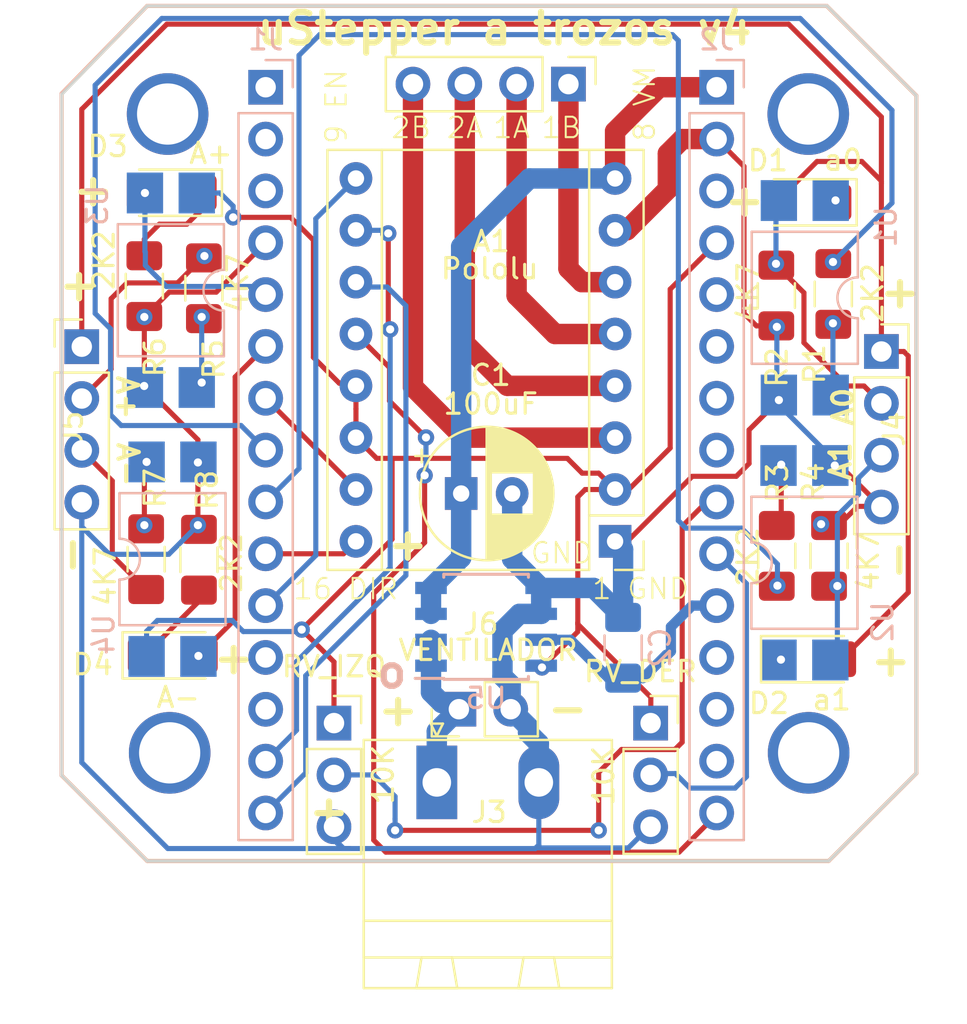
<source format=kicad_pcb>
(kicad_pcb (version 20171130) (host pcbnew 5.0.2-bee76a0~70~ubuntu18.04.1)

  (general
    (thickness 1.6)
    (drawings 52)
    (tracks 335)
    (zones 0)
    (modules 29)
    (nets 35)
  )

  (page A4)
  (layers
    (0 F.Cu signal)
    (31 B.Cu signal)
    (32 B.Adhes user)
    (33 F.Adhes user)
    (34 B.Paste user)
    (35 F.Paste user)
    (36 B.SilkS user)
    (37 F.SilkS user)
    (38 B.Mask user)
    (39 F.Mask user)
    (40 Dwgs.User user)
    (41 Cmts.User user)
    (42 Eco1.User user)
    (43 Eco2.User user)
    (44 Edge.Cuts user)
    (45 Margin user)
    (46 B.CrtYd user)
    (47 F.CrtYd user)
    (48 B.Fab user)
    (49 F.Fab user)
  )

  (setup
    (last_trace_width 0.25)
    (user_trace_width 0.5)
    (user_trace_width 1)
    (trace_clearance 0.2)
    (zone_clearance 0.508)
    (zone_45_only no)
    (trace_min 0.2)
    (segment_width 0.2)
    (edge_width 0.15)
    (via_size 0.8)
    (via_drill 0.4)
    (via_min_size 0.4)
    (via_min_drill 0.3)
    (uvia_size 0.3)
    (uvia_drill 0.1)
    (uvias_allowed no)
    (uvia_min_size 0.2)
    (uvia_min_drill 0.1)
    (pcb_text_width 0.3)
    (pcb_text_size 1.5 1.5)
    (mod_edge_width 0.15)
    (mod_text_size 1 1)
    (mod_text_width 0.15)
    (pad_size 1.7 1.7)
    (pad_drill 1)
    (pad_to_mask_clearance 0.2)
    (solder_mask_min_width 0.25)
    (aux_axis_origin 0 0)
    (grid_origin 110.2 119.8)
    (visible_elements FFFFFF7F)
    (pcbplotparams
      (layerselection 0x010f0_ffffffff)
      (usegerberextensions false)
      (usegerberattributes false)
      (usegerberadvancedattributes false)
      (creategerberjobfile false)
      (excludeedgelayer true)
      (linewidth 0.100000)
      (plotframeref false)
      (viasonmask false)
      (mode 1)
      (useauxorigin false)
      (hpglpennumber 1)
      (hpglpenspeed 20)
      (hpglpendiameter 15.000000)
      (psnegative false)
      (psa4output false)
      (plotreference true)
      (plotvalue true)
      (plotinvisibletext false)
      (padsonsilk false)
      (subtractmaskfromsilk false)
      (outputformat 1)
      (mirror false)
      (drillshape 0)
      (scaleselection 1)
      (outputdirectory "../ustepper_trozos_4.1/plot/pololu/"))
  )

  (net 0 "")
  (net 1 OUT1B)
  (net 2 OUT1A)
  (net 3 OUT2A)
  (net 4 OUT2B)
  (net 5 B27-5V)
  (net 6 B30-VIN)
  (net 7 B29-GND)
  (net 8 BA1-I)
  (net 9 VIN)
  (net 10 BD8-ENA)
  (net 11 BD11-MS1)
  (net 12 BD12-MS2)
  (net 13 BD13-MS3)
  (net 14 BD4-STEP)
  (net 15 BD7-DIR)
  (net 16 "Net-(D1-Pad1)")
  (net 17 24V)
  (net 18 "Net-(D2-Pad1)")
  (net 19 "Net-(D3-Pad1)")
  (net 20 "Net-(D4-Pad1)")
  (net 21 BD2-A+)
  (net 22 BD3-A-)
  (net 23 BD5-A0)
  (net 24 BD6-A1)
  (net 25 PLC_A0)
  (net 26 PLC_A1)
  (net 27 PLC_A-)
  (net 28 PLC_A+)
  (net 29 "Net-(R1-Pad2)")
  (net 30 "Net-(R3-Pad2)")
  (net 31 "Net-(R5-Pad2)")
  (net 32 "Net-(R7-Pad2)")
  (net 33 BA2-VEL_DER)
  (net 34 BA3-VEL_IZQ)

  (net_class Default "Esta es la clase de red por defecto."
    (clearance 0.2)
    (trace_width 0.25)
    (via_dia 0.8)
    (via_drill 0.4)
    (uvia_dia 0.3)
    (uvia_drill 0.1)
    (add_net 24V)
    (add_net B27-5V)
    (add_net B29-GND)
    (add_net B30-VIN)
    (add_net BA1-I)
    (add_net BA2-VEL_DER)
    (add_net BA3-VEL_IZQ)
    (add_net BD11-MS1)
    (add_net BD12-MS2)
    (add_net BD13-MS3)
    (add_net BD2-A+)
    (add_net BD3-A-)
    (add_net BD4-STEP)
    (add_net BD5-A0)
    (add_net BD6-A1)
    (add_net BD7-DIR)
    (add_net BD8-ENA)
    (add_net "Net-(D1-Pad1)")
    (add_net "Net-(D2-Pad1)")
    (add_net "Net-(D3-Pad1)")
    (add_net "Net-(D4-Pad1)")
    (add_net "Net-(R1-Pad2)")
    (add_net "Net-(R3-Pad2)")
    (add_net "Net-(R5-Pad2)")
    (add_net "Net-(R7-Pad2)")
    (add_net OUT1A)
    (add_net OUT1B)
    (add_net OUT2A)
    (add_net OUT2B)
    (add_net PLC_A+)
    (add_net PLC_A-)
    (add_net PLC_A0)
    (add_net PLC_A1)
    (add_net VIN)
  )

  (module Module:Pololu_Breakout-16_15.2x20.3mm (layer F.Cu) (tedit 5C4E43F6) (tstamp 5BAD5388)
    (at 191.5308 74.5372 180)
    (descr "Pololu Breakout 16-pin 15.2x20.3mm 0.6x0.8\\")
    (tags "Pololu Breakout")
    (path /5B9D8333)
    (fp_text reference A1 (at 6.0706 14.6939 180) (layer F.SilkS)
      (effects (font (size 1 1) (thickness 0.15)))
    )
    (fp_text value Pololu (at 6.1468 13.3604 180) (layer F.SilkS)
      (effects (font (size 1 1) (thickness 0.15)))
    )
    (fp_text user %R (at 5.9309 -0.9144 180) (layer F.Fab)
      (effects (font (size 1 1) (thickness 0.15)))
    )
    (fp_line (start 11.43 -1.4) (end 11.43 19.18) (layer F.SilkS) (width 0.12))
    (fp_line (start 1.27 1.27) (end 1.27 19.18) (layer F.SilkS) (width 0.12))
    (fp_line (start 0 -1.4) (end -1.4 -1.4) (layer F.SilkS) (width 0.12))
    (fp_line (start -1.4 -1.4) (end -1.4 0) (layer F.SilkS) (width 0.12))
    (fp_line (start 1.27 -1.4) (end 1.27 1.27) (layer F.SilkS) (width 0.12))
    (fp_line (start 1.27 1.27) (end -1.4 1.27) (layer F.SilkS) (width 0.12))
    (fp_line (start -1.4 1.27) (end -1.4 19.18) (layer F.SilkS) (width 0.12))
    (fp_line (start -1.4 19.18) (end 14.1 19.18) (layer F.SilkS) (width 0.12))
    (fp_line (start 14.1 19.18) (end 14.1 -1.4) (layer F.SilkS) (width 0.12))
    (fp_line (start 14.1 -1.4) (end 1.27 -1.4) (layer F.SilkS) (width 0.12))
    (fp_line (start -1.27 0) (end 0 -1.27) (layer F.Fab) (width 0.1))
    (fp_line (start 0 -1.27) (end 13.97 -1.27) (layer F.Fab) (width 0.1))
    (fp_line (start 13.97 -1.27) (end 13.97 19.05) (layer F.Fab) (width 0.1))
    (fp_line (start 13.97 19.05) (end -1.27 19.05) (layer F.Fab) (width 0.1))
    (fp_line (start -1.27 19.05) (end -1.27 0) (layer F.Fab) (width 0.1))
    (fp_line (start -1.53 -1.52) (end 14.21 -1.52) (layer F.CrtYd) (width 0.05))
    (fp_line (start -1.53 -1.52) (end -1.53 19.3) (layer F.CrtYd) (width 0.05))
    (fp_line (start 14.21 19.3) (end 14.21 -1.52) (layer F.CrtYd) (width 0.05))
    (fp_line (start 14.21 19.3) (end -1.53 19.3) (layer F.CrtYd) (width 0.05))
    (pad 1 thru_hole rect (at 0 0 180) (size 1.6 1.6) (drill 0.8) (layers *.Cu *.Mask)
      (net 7 B29-GND))
    (pad 9 thru_hole oval (at 12.7 17.78 180) (size 1.6 1.6) (drill 0.8) (layers *.Cu *.Mask)
      (net 10 BD8-ENA))
    (pad 2 thru_hole oval (at 0 2.54 180) (size 1.6 1.6) (drill 0.8) (layers *.Cu *.Mask)
      (net 5 B27-5V))
    (pad 10 thru_hole oval (at 12.7 15.24 180) (size 1.6 1.6) (drill 0.8) (layers *.Cu *.Mask)
      (net 11 BD11-MS1))
    (pad 3 thru_hole oval (at 0 5.08 180) (size 1.6 1.6) (drill 0.8) (layers *.Cu *.Mask)
      (net 1 OUT1B))
    (pad 11 thru_hole oval (at 12.7 12.7 180) (size 1.6 1.6) (drill 0.8) (layers *.Cu *.Mask)
      (net 12 BD12-MS2))
    (pad 4 thru_hole oval (at 0 7.62 180) (size 1.6 1.6) (drill 0.8) (layers *.Cu *.Mask)
      (net 2 OUT1A))
    (pad 12 thru_hole oval (at 12.7 10.16 180) (size 1.6 1.6) (drill 0.8) (layers *.Cu *.Mask)
      (net 13 BD13-MS3))
    (pad 5 thru_hole oval (at 0 10.16 180) (size 1.6 1.6) (drill 0.8) (layers *.Cu *.Mask)
      (net 3 OUT2A))
    (pad 13 thru_hole oval (at 12.7 7.62 180) (size 1.6 1.6) (drill 0.8) (layers *.Cu *.Mask)
      (net 5 B27-5V))
    (pad 6 thru_hole oval (at 0 12.7 180) (size 1.6 1.6) (drill 0.8) (layers *.Cu *.Mask)
      (net 4 OUT2B))
    (pad 14 thru_hole oval (at 12.7 5.08 180) (size 1.6 1.6) (drill 0.8) (layers *.Cu *.Mask)
      (net 5 B27-5V))
    (pad 7 thru_hole oval (at 0 15.24 180) (size 1.6 1.6) (drill 0.8) (layers *.Cu *.Mask)
      (net 7 B29-GND))
    (pad 15 thru_hole oval (at 12.7 2.54 180) (size 1.6 1.6) (drill 0.8) (layers *.Cu *.Mask)
      (net 14 BD4-STEP))
    (pad 8 thru_hole oval (at 0 17.78 180) (size 1.6 1.6) (drill 0.8) (layers *.Cu *.Mask)
      (net 6 B30-VIN))
    (pad 16 thru_hole oval (at 12.7 0 180) (size 1.6 1.6) (drill 0.8) (layers *.Cu *.Mask)
      (net 15 BD7-DIR))
    (model ${KISYS3DMOD}/Module.3dshapes/Pololu_Breakout-16_15.2x20.3mm.wrl
      (at (xyz 0 0 0))
      (scale (xyz 1 1 1))
      (rotate (xyz 0 0 0))
    )
  )

  (module Connector_Phoenix_MSTB:PhoenixContact_MSTBA_2,5_2-G_1x02_P5.00mm_Horizontal (layer F.Cu) (tedit 5C4D9E45) (tstamp 5BA28AC8)
    (at 182.7932 86.3482)
    (descr "Generic Phoenix Contact connector footprint for: MSTBA_2,5/2-G; number of pins: 02; pin pitch: 5.00mm; Angled || order number: 1757475 12A || order number: 1923759 16A (HC)")
    (tags "phoenix_contact connector MSTBA_01x02_G_5.00mm")
    (path /5BA6497D)
    (fp_text reference J3 (at 2.5654 1.4605) (layer F.SilkS)
      (effects (font (size 1 1) (thickness 0.15)))
    )
    (fp_text value Conn_01x02 (at 2.5 11) (layer F.Fab)
      (effects (font (size 1 1) (thickness 0.15)))
    )
    (fp_line (start -3.58 -2.08) (end -3.58 10.08) (layer F.SilkS) (width 0.12))
    (fp_line (start -3.58 10.08) (end 8.58 10.08) (layer F.SilkS) (width 0.12))
    (fp_line (start 8.58 10.08) (end 8.58 -2.08) (layer F.SilkS) (width 0.12))
    (fp_line (start 8.58 -2.08) (end -3.58 -2.08) (layer F.SilkS) (width 0.12))
    (fp_line (start -3.5 -2) (end -3.5 10) (layer F.Fab) (width 0.1))
    (fp_line (start -3.5 10) (end 8.5 10) (layer F.Fab) (width 0.1))
    (fp_line (start 8.5 10) (end 8.5 -2) (layer F.Fab) (width 0.1))
    (fp_line (start 8.5 -2) (end -3.5 -2) (layer F.Fab) (width 0.1))
    (fp_line (start -3.58 8.58) (end -3.58 6.78) (layer F.SilkS) (width 0.12))
    (fp_line (start -3.58 6.78) (end 8.58 6.78) (layer F.SilkS) (width 0.12))
    (fp_line (start 8.58 6.78) (end 8.58 8.58) (layer F.SilkS) (width 0.12))
    (fp_line (start 8.58 8.58) (end -3.58 8.58) (layer F.SilkS) (width 0.12))
    (fp_line (start -1 10.08) (end 1 10.08) (layer F.SilkS) (width 0.12))
    (fp_line (start 1 10.08) (end 0.75 8.58) (layer F.SilkS) (width 0.12))
    (fp_line (start 0.75 8.58) (end -0.75 8.58) (layer F.SilkS) (width 0.12))
    (fp_line (start -0.75 8.58) (end -1 10.08) (layer F.SilkS) (width 0.12))
    (fp_line (start 4 10.08) (end 6 10.08) (layer F.SilkS) (width 0.12))
    (fp_line (start 6 10.08) (end 5.75 8.58) (layer F.SilkS) (width 0.12))
    (fp_line (start 5.75 8.58) (end 4.25 8.58) (layer F.SilkS) (width 0.12))
    (fp_line (start 4.25 8.58) (end 4 10.08) (layer F.SilkS) (width 0.12))
    (fp_line (start -4 -2.5) (end -4 10.5) (layer F.CrtYd) (width 0.05))
    (fp_line (start -4 10.5) (end 9 10.5) (layer F.CrtYd) (width 0.05))
    (fp_line (start 9 10.5) (end 9 -2.5) (layer F.CrtYd) (width 0.05))
    (fp_line (start 9 -2.5) (end -4 -2.5) (layer F.CrtYd) (width 0.05))
    (fp_line (start 0.3 -2.88) (end 0 -2.28) (layer F.SilkS) (width 0.12))
    (fp_line (start 0 -2.28) (end -0.3 -2.88) (layer F.SilkS) (width 0.12))
    (fp_line (start -0.3 -2.88) (end 0.3 -2.88) (layer F.SilkS) (width 0.12))
    (fp_line (start 0.95 -2) (end 0 -0.5) (layer F.Fab) (width 0.1))
    (fp_line (start 0 -0.5) (end -0.95 -2) (layer F.Fab) (width 0.1))
    (fp_text user %R (at 3.5 3) (layer F.Fab)
      (effects (font (size 1 1) (thickness 0.15)))
    )
    (pad 1 thru_hole rect (at 0 0) (size 2 3.6) (drill 1.4) (layers *.Cu *.Mask)
      (net 9 VIN))
    (pad 2 thru_hole oval (at 5 0) (size 2 3.6) (drill 1.4) (layers *.Cu *.Mask)
      (net 7 B29-GND))
    (model ${KISYS3DMOD}/Connector_Phoenix_MSTB.3dshapes/PhoenixContact_MSTBA_2,5_2-G_1x02_P5.00mm_Horizontal.wrl
      (at (xyz 0 0 0))
      (scale (xyz 1 1 1))
      (rotate (xyz 0 0 0))
    )
  )

  (module Connector_PinHeader_2.54mm:PinHeader_1x04_P2.54mm_Vertical (layer F.Cu) (tedit 5C4D9E30) (tstamp 5BA28973)
    (at 189.2448 52.1344 270)
    (descr "Through hole straight pin header, 1x04, 2.54mm pitch, single row")
    (tags "Through hole pin header THT 1x04 2.54mm single row")
    (path /5B9E182A)
    (fp_text reference J9 (at 0 -2.33 270) (layer F.Fab)
      (effects (font (size 1 1) (thickness 0.15)))
    )
    (fp_text value Conn_01x04 (at 0.92456 3.79476) (layer F.Fab)
      (effects (font (size 1 1) (thickness 0.15)))
    )
    (fp_line (start -0.635 -1.27) (end 1.27 -1.27) (layer F.Fab) (width 0.1))
    (fp_line (start 1.27 -1.27) (end 1.27 8.89) (layer F.Fab) (width 0.1))
    (fp_line (start 1.27 8.89) (end -1.27 8.89) (layer F.Fab) (width 0.1))
    (fp_line (start -1.27 8.89) (end -1.27 -0.635) (layer F.Fab) (width 0.1))
    (fp_line (start -1.27 -0.635) (end -0.635 -1.27) (layer F.Fab) (width 0.1))
    (fp_line (start -1.33 8.95) (end 1.33 8.95) (layer F.SilkS) (width 0.12))
    (fp_line (start -1.33 1.27) (end -1.33 8.95) (layer F.SilkS) (width 0.12))
    (fp_line (start 1.33 1.27) (end 1.33 8.95) (layer F.SilkS) (width 0.12))
    (fp_line (start -1.33 1.27) (end 1.33 1.27) (layer F.SilkS) (width 0.12))
    (fp_line (start -1.33 0) (end -1.33 -1.33) (layer F.SilkS) (width 0.12))
    (fp_line (start -1.33 -1.33) (end 0 -1.33) (layer F.SilkS) (width 0.12))
    (fp_line (start -1.8 -1.8) (end -1.8 9.4) (layer F.CrtYd) (width 0.05))
    (fp_line (start -1.8 9.4) (end 1.8 9.4) (layer F.CrtYd) (width 0.05))
    (fp_line (start 1.8 9.4) (end 1.8 -1.8) (layer F.CrtYd) (width 0.05))
    (fp_line (start 1.8 -1.8) (end -1.8 -1.8) (layer F.CrtYd) (width 0.05))
    (fp_text user %R (at 0 3.81) (layer F.Fab)
      (effects (font (size 1 1) (thickness 0.15)))
    )
    (pad 1 thru_hole rect (at 0 0 270) (size 1.7 1.7) (drill 1) (layers *.Cu *.Mask)
      (net 4 OUT2B))
    (pad 2 thru_hole oval (at 0 2.54 270) (size 1.7 1.7) (drill 1) (layers *.Cu *.Mask)
      (net 3 OUT2A))
    (pad 3 thru_hole oval (at 0 5.08 270) (size 1.7 1.7) (drill 1) (layers *.Cu *.Mask)
      (net 2 OUT1A))
    (pad 4 thru_hole oval (at 0 7.62 270) (size 1.7 1.7) (drill 1) (layers *.Cu *.Mask)
      (net 1 OUT1B))
    (model ${KISYS3DMOD}/Connector_PinHeader_2.54mm.3dshapes/PinHeader_1x04_P2.54mm_Vertical.wrl
      (at (xyz 0 0 0))
      (scale (xyz 1 1 1))
      (rotate (xyz 0 0 0))
    )
  )

  (module Connector_PinHeader_2.54mm:PinHeader_1x15_P2.54mm_Vertical (layer B.Cu) (tedit 5C4D9E06) (tstamp 5BA289AC)
    (at 196.5092 52.2868 180)
    (descr "Through hole straight pin header, 1x15, 2.54mm pitch, single row")
    (tags "Through hole pin header THT 1x15 2.54mm single row")
    (path /5BBE45B7)
    (fp_text reference J2 (at 0 2.33 180) (layer B.SilkS)
      (effects (font (size 1 1) (thickness 0.15)) (justify mirror))
    )
    (fp_text value Conn_01x15_Female (at 2.032 -26.8732 270) (layer B.Fab)
      (effects (font (size 1 1) (thickness 0.15)) (justify mirror))
    )
    (fp_text user %R (at 0 -17.78 90) (layer B.Fab)
      (effects (font (size 1 1) (thickness 0.15)) (justify mirror))
    )
    (fp_line (start 1.8 1.8) (end -1.8 1.8) (layer B.CrtYd) (width 0.05))
    (fp_line (start 1.8 -37.35) (end 1.8 1.8) (layer B.CrtYd) (width 0.05))
    (fp_line (start -1.8 -37.35) (end 1.8 -37.35) (layer B.CrtYd) (width 0.05))
    (fp_line (start -1.8 1.8) (end -1.8 -37.35) (layer B.CrtYd) (width 0.05))
    (fp_line (start -1.33 1.33) (end 0 1.33) (layer B.SilkS) (width 0.12))
    (fp_line (start -1.33 0) (end -1.33 1.33) (layer B.SilkS) (width 0.12))
    (fp_line (start -1.33 -1.27) (end 1.33 -1.27) (layer B.SilkS) (width 0.12))
    (fp_line (start 1.33 -1.27) (end 1.33 -36.89) (layer B.SilkS) (width 0.12))
    (fp_line (start -1.33 -1.27) (end -1.33 -36.89) (layer B.SilkS) (width 0.12))
    (fp_line (start -1.33 -36.89) (end 1.33 -36.89) (layer B.SilkS) (width 0.12))
    (fp_line (start -1.27 0.635) (end -0.635 1.27) (layer B.Fab) (width 0.1))
    (fp_line (start -1.27 -36.83) (end -1.27 0.635) (layer B.Fab) (width 0.1))
    (fp_line (start 1.27 -36.83) (end -1.27 -36.83) (layer B.Fab) (width 0.1))
    (fp_line (start 1.27 1.27) (end 1.27 -36.83) (layer B.Fab) (width 0.1))
    (fp_line (start -0.635 1.27) (end 1.27 1.27) (layer B.Fab) (width 0.1))
    (pad 15 thru_hole oval (at 0 -35.56 180) (size 1.7 1.7) (drill 1) (layers *.Cu *.Mask)
      (net 13 BD13-MS3))
    (pad 14 thru_hole oval (at 0 -33.02 180) (size 1.7 1.7) (drill 1) (layers *.Cu *.Mask))
    (pad 13 thru_hole oval (at 0 -30.48 180) (size 1.7 1.7) (drill 1) (layers *.Cu *.Mask))
    (pad 12 thru_hole oval (at 0 -27.94 180) (size 1.7 1.7) (drill 1) (layers *.Cu *.Mask))
    (pad 11 thru_hole oval (at 0 -25.4 180) (size 1.7 1.7) (drill 1) (layers *.Cu *.Mask)
      (net 8 BA1-I))
    (pad 10 thru_hole oval (at 0 -22.86 180) (size 1.7 1.7) (drill 1) (layers *.Cu *.Mask)
      (net 33 BA2-VEL_DER))
    (pad 9 thru_hole oval (at 0 -20.32 180) (size 1.7 1.7) (drill 1) (layers *.Cu *.Mask)
      (net 34 BA3-VEL_IZQ))
    (pad 8 thru_hole oval (at 0 -17.78 180) (size 1.7 1.7) (drill 1) (layers *.Cu *.Mask))
    (pad 7 thru_hole oval (at 0 -15.24 180) (size 1.7 1.7) (drill 1) (layers *.Cu *.Mask))
    (pad 6 thru_hole oval (at 0 -12.7 180) (size 1.7 1.7) (drill 1) (layers *.Cu *.Mask))
    (pad 5 thru_hole oval (at 0 -10.16 180) (size 1.7 1.7) (drill 1) (layers *.Cu *.Mask))
    (pad 4 thru_hole oval (at 0 -7.62 180) (size 1.7 1.7) (drill 1) (layers *.Cu *.Mask)
      (net 5 B27-5V))
    (pad 3 thru_hole oval (at 0 -5.08 180) (size 1.7 1.7) (drill 1) (layers *.Cu *.Mask))
    (pad 2 thru_hole oval (at 0 -2.54 180) (size 1.7 1.7) (drill 1) (layers *.Cu *.Mask)
      (net 7 B29-GND))
    (pad 1 thru_hole rect (at 0 0 180) (size 1.7 1.7) (drill 1) (layers *.Cu *.Mask)
      (net 6 B30-VIN))
    (model ${KISYS3DMOD}/Connector_PinHeader_2.54mm.3dshapes/PinHeader_1x15_P2.54mm_Vertical.wrl
      (at (xyz 0 0 0))
      (scale (xyz 1 1 1))
      (rotate (xyz 0 0 0))
    )
  )

  (module Capacitor_THT:CP_Radial_D6.3mm_P2.50mm (layer F.Cu) (tedit 5C50790B) (tstamp 5C5A5CF1)
    (at 183.987 72.19278)
    (descr "CP, Radial series, Radial, pin pitch=2.50mm, , diameter=6.3mm, Electrolytic Capacitor")
    (tags "CP Radial series Radial pin pitch 2.50mm  diameter 6.3mm Electrolytic Capacitor")
    (path /5B9FEC02)
    (fp_text reference C1 (at 1.4478 -5.79628) (layer F.SilkS)
      (effects (font (size 1 1) (thickness 0.15)))
    )
    (fp_text value 100uF (at 1.4478 -4.38658) (layer F.SilkS)
      (effects (font (size 1 1) (thickness 0.15)))
    )
    (fp_circle (center 1.25 0) (end 4.4 0) (layer F.Fab) (width 0.1))
    (fp_circle (center 1.25 0) (end 4.52 0) (layer F.SilkS) (width 0.12))
    (fp_circle (center 1.25 0) (end 4.65 0) (layer F.CrtYd) (width 0.05))
    (fp_line (start -1.443972 -1.3735) (end -0.813972 -1.3735) (layer F.Fab) (width 0.1))
    (fp_line (start -1.128972 -1.6885) (end -1.128972 -1.0585) (layer F.Fab) (width 0.1))
    (fp_line (start 1.25 -3.23) (end 1.25 3.23) (layer F.SilkS) (width 0.12))
    (fp_line (start 1.29 -3.23) (end 1.29 3.23) (layer F.SilkS) (width 0.12))
    (fp_line (start 1.33 -3.23) (end 1.33 3.23) (layer F.SilkS) (width 0.12))
    (fp_line (start 1.37 -3.228) (end 1.37 3.228) (layer F.SilkS) (width 0.12))
    (fp_line (start 1.41 -3.227) (end 1.41 3.227) (layer F.SilkS) (width 0.12))
    (fp_line (start 1.45 -3.224) (end 1.45 3.224) (layer F.SilkS) (width 0.12))
    (fp_line (start 1.49 -3.222) (end 1.49 -1.04) (layer F.SilkS) (width 0.12))
    (fp_line (start 1.49 1.04) (end 1.49 3.222) (layer F.SilkS) (width 0.12))
    (fp_line (start 1.53 -3.218) (end 1.53 -1.04) (layer F.SilkS) (width 0.12))
    (fp_line (start 1.53 1.04) (end 1.53 3.218) (layer F.SilkS) (width 0.12))
    (fp_line (start 1.57 -3.215) (end 1.57 -1.04) (layer F.SilkS) (width 0.12))
    (fp_line (start 1.57 1.04) (end 1.57 3.215) (layer F.SilkS) (width 0.12))
    (fp_line (start 1.61 -3.211) (end 1.61 -1.04) (layer F.SilkS) (width 0.12))
    (fp_line (start 1.61 1.04) (end 1.61 3.211) (layer F.SilkS) (width 0.12))
    (fp_line (start 1.65 -3.206) (end 1.65 -1.04) (layer F.SilkS) (width 0.12))
    (fp_line (start 1.65 1.04) (end 1.65 3.206) (layer F.SilkS) (width 0.12))
    (fp_line (start 1.69 -3.201) (end 1.69 -1.04) (layer F.SilkS) (width 0.12))
    (fp_line (start 1.69 1.04) (end 1.69 3.201) (layer F.SilkS) (width 0.12))
    (fp_line (start 1.73 -3.195) (end 1.73 -1.04) (layer F.SilkS) (width 0.12))
    (fp_line (start 1.73 1.04) (end 1.73 3.195) (layer F.SilkS) (width 0.12))
    (fp_line (start 1.77 -3.189) (end 1.77 -1.04) (layer F.SilkS) (width 0.12))
    (fp_line (start 1.77 1.04) (end 1.77 3.189) (layer F.SilkS) (width 0.12))
    (fp_line (start 1.81 -3.182) (end 1.81 -1.04) (layer F.SilkS) (width 0.12))
    (fp_line (start 1.81 1.04) (end 1.81 3.182) (layer F.SilkS) (width 0.12))
    (fp_line (start 1.85 -3.175) (end 1.85 -1.04) (layer F.SilkS) (width 0.12))
    (fp_line (start 1.85 1.04) (end 1.85 3.175) (layer F.SilkS) (width 0.12))
    (fp_line (start 1.89 -3.167) (end 1.89 -1.04) (layer F.SilkS) (width 0.12))
    (fp_line (start 1.89 1.04) (end 1.89 3.167) (layer F.SilkS) (width 0.12))
    (fp_line (start 1.93 -3.159) (end 1.93 -1.04) (layer F.SilkS) (width 0.12))
    (fp_line (start 1.93 1.04) (end 1.93 3.159) (layer F.SilkS) (width 0.12))
    (fp_line (start 1.971 -3.15) (end 1.971 -1.04) (layer F.SilkS) (width 0.12))
    (fp_line (start 1.971 1.04) (end 1.971 3.15) (layer F.SilkS) (width 0.12))
    (fp_line (start 2.011 -3.141) (end 2.011 -1.04) (layer F.SilkS) (width 0.12))
    (fp_line (start 2.011 1.04) (end 2.011 3.141) (layer F.SilkS) (width 0.12))
    (fp_line (start 2.051 -3.131) (end 2.051 -1.04) (layer F.SilkS) (width 0.12))
    (fp_line (start 2.051 1.04) (end 2.051 3.131) (layer F.SilkS) (width 0.12))
    (fp_line (start 2.091 -3.121) (end 2.091 -1.04) (layer F.SilkS) (width 0.12))
    (fp_line (start 2.091 1.04) (end 2.091 3.121) (layer F.SilkS) (width 0.12))
    (fp_line (start 2.131 -3.11) (end 2.131 -1.04) (layer F.SilkS) (width 0.12))
    (fp_line (start 2.131 1.04) (end 2.131 3.11) (layer F.SilkS) (width 0.12))
    (fp_line (start 2.171 -3.098) (end 2.171 -1.04) (layer F.SilkS) (width 0.12))
    (fp_line (start 2.171 1.04) (end 2.171 3.098) (layer F.SilkS) (width 0.12))
    (fp_line (start 2.211 -3.086) (end 2.211 -1.04) (layer F.SilkS) (width 0.12))
    (fp_line (start 2.211 1.04) (end 2.211 3.086) (layer F.SilkS) (width 0.12))
    (fp_line (start 2.251 -3.074) (end 2.251 -1.04) (layer F.SilkS) (width 0.12))
    (fp_line (start 2.251 1.04) (end 2.251 3.074) (layer F.SilkS) (width 0.12))
    (fp_line (start 2.291 -3.061) (end 2.291 -1.04) (layer F.SilkS) (width 0.12))
    (fp_line (start 2.291 1.04) (end 2.291 3.061) (layer F.SilkS) (width 0.12))
    (fp_line (start 2.331 -3.047) (end 2.331 -1.04) (layer F.SilkS) (width 0.12))
    (fp_line (start 2.331 1.04) (end 2.331 3.047) (layer F.SilkS) (width 0.12))
    (fp_line (start 2.371 -3.033) (end 2.371 -1.04) (layer F.SilkS) (width 0.12))
    (fp_line (start 2.371 1.04) (end 2.371 3.033) (layer F.SilkS) (width 0.12))
    (fp_line (start 2.411 -3.018) (end 2.411 -1.04) (layer F.SilkS) (width 0.12))
    (fp_line (start 2.411 1.04) (end 2.411 3.018) (layer F.SilkS) (width 0.12))
    (fp_line (start 2.451 -3.002) (end 2.451 -1.04) (layer F.SilkS) (width 0.12))
    (fp_line (start 2.451 1.04) (end 2.451 3.002) (layer F.SilkS) (width 0.12))
    (fp_line (start 2.491 -2.986) (end 2.491 -1.04) (layer F.SilkS) (width 0.12))
    (fp_line (start 2.491 1.04) (end 2.491 2.986) (layer F.SilkS) (width 0.12))
    (fp_line (start 2.531 -2.97) (end 2.531 -1.04) (layer F.SilkS) (width 0.12))
    (fp_line (start 2.531 1.04) (end 2.531 2.97) (layer F.SilkS) (width 0.12))
    (fp_line (start 2.571 -2.952) (end 2.571 -1.04) (layer F.SilkS) (width 0.12))
    (fp_line (start 2.571 1.04) (end 2.571 2.952) (layer F.SilkS) (width 0.12))
    (fp_line (start 2.611 -2.934) (end 2.611 -1.04) (layer F.SilkS) (width 0.12))
    (fp_line (start 2.611 1.04) (end 2.611 2.934) (layer F.SilkS) (width 0.12))
    (fp_line (start 2.651 -2.916) (end 2.651 -1.04) (layer F.SilkS) (width 0.12))
    (fp_line (start 2.651 1.04) (end 2.651 2.916) (layer F.SilkS) (width 0.12))
    (fp_line (start 2.691 -2.896) (end 2.691 -1.04) (layer F.SilkS) (width 0.12))
    (fp_line (start 2.691 1.04) (end 2.691 2.896) (layer F.SilkS) (width 0.12))
    (fp_line (start 2.731 -2.876) (end 2.731 -1.04) (layer F.SilkS) (width 0.12))
    (fp_line (start 2.731 1.04) (end 2.731 2.876) (layer F.SilkS) (width 0.12))
    (fp_line (start 2.771 -2.856) (end 2.771 -1.04) (layer F.SilkS) (width 0.12))
    (fp_line (start 2.771 1.04) (end 2.771 2.856) (layer F.SilkS) (width 0.12))
    (fp_line (start 2.811 -2.834) (end 2.811 -1.04) (layer F.SilkS) (width 0.12))
    (fp_line (start 2.811 1.04) (end 2.811 2.834) (layer F.SilkS) (width 0.12))
    (fp_line (start 2.851 -2.812) (end 2.851 -1.04) (layer F.SilkS) (width 0.12))
    (fp_line (start 2.851 1.04) (end 2.851 2.812) (layer F.SilkS) (width 0.12))
    (fp_line (start 2.891 -2.79) (end 2.891 -1.04) (layer F.SilkS) (width 0.12))
    (fp_line (start 2.891 1.04) (end 2.891 2.79) (layer F.SilkS) (width 0.12))
    (fp_line (start 2.931 -2.766) (end 2.931 -1.04) (layer F.SilkS) (width 0.12))
    (fp_line (start 2.931 1.04) (end 2.931 2.766) (layer F.SilkS) (width 0.12))
    (fp_line (start 2.971 -2.742) (end 2.971 -1.04) (layer F.SilkS) (width 0.12))
    (fp_line (start 2.971 1.04) (end 2.971 2.742) (layer F.SilkS) (width 0.12))
    (fp_line (start 3.011 -2.716) (end 3.011 -1.04) (layer F.SilkS) (width 0.12))
    (fp_line (start 3.011 1.04) (end 3.011 2.716) (layer F.SilkS) (width 0.12))
    (fp_line (start 3.051 -2.69) (end 3.051 -1.04) (layer F.SilkS) (width 0.12))
    (fp_line (start 3.051 1.04) (end 3.051 2.69) (layer F.SilkS) (width 0.12))
    (fp_line (start 3.091 -2.664) (end 3.091 -1.04) (layer F.SilkS) (width 0.12))
    (fp_line (start 3.091 1.04) (end 3.091 2.664) (layer F.SilkS) (width 0.12))
    (fp_line (start 3.131 -2.636) (end 3.131 -1.04) (layer F.SilkS) (width 0.12))
    (fp_line (start 3.131 1.04) (end 3.131 2.636) (layer F.SilkS) (width 0.12))
    (fp_line (start 3.171 -2.607) (end 3.171 -1.04) (layer F.SilkS) (width 0.12))
    (fp_line (start 3.171 1.04) (end 3.171 2.607) (layer F.SilkS) (width 0.12))
    (fp_line (start 3.211 -2.578) (end 3.211 -1.04) (layer F.SilkS) (width 0.12))
    (fp_line (start 3.211 1.04) (end 3.211 2.578) (layer F.SilkS) (width 0.12))
    (fp_line (start 3.251 -2.548) (end 3.251 -1.04) (layer F.SilkS) (width 0.12))
    (fp_line (start 3.251 1.04) (end 3.251 2.548) (layer F.SilkS) (width 0.12))
    (fp_line (start 3.291 -2.516) (end 3.291 -1.04) (layer F.SilkS) (width 0.12))
    (fp_line (start 3.291 1.04) (end 3.291 2.516) (layer F.SilkS) (width 0.12))
    (fp_line (start 3.331 -2.484) (end 3.331 -1.04) (layer F.SilkS) (width 0.12))
    (fp_line (start 3.331 1.04) (end 3.331 2.484) (layer F.SilkS) (width 0.12))
    (fp_line (start 3.371 -2.45) (end 3.371 -1.04) (layer F.SilkS) (width 0.12))
    (fp_line (start 3.371 1.04) (end 3.371 2.45) (layer F.SilkS) (width 0.12))
    (fp_line (start 3.411 -2.416) (end 3.411 -1.04) (layer F.SilkS) (width 0.12))
    (fp_line (start 3.411 1.04) (end 3.411 2.416) (layer F.SilkS) (width 0.12))
    (fp_line (start 3.451 -2.38) (end 3.451 -1.04) (layer F.SilkS) (width 0.12))
    (fp_line (start 3.451 1.04) (end 3.451 2.38) (layer F.SilkS) (width 0.12))
    (fp_line (start 3.491 -2.343) (end 3.491 -1.04) (layer F.SilkS) (width 0.12))
    (fp_line (start 3.491 1.04) (end 3.491 2.343) (layer F.SilkS) (width 0.12))
    (fp_line (start 3.531 -2.305) (end 3.531 -1.04) (layer F.SilkS) (width 0.12))
    (fp_line (start 3.531 1.04) (end 3.531 2.305) (layer F.SilkS) (width 0.12))
    (fp_line (start 3.571 -2.265) (end 3.571 2.265) (layer F.SilkS) (width 0.12))
    (fp_line (start 3.611 -2.224) (end 3.611 2.224) (layer F.SilkS) (width 0.12))
    (fp_line (start 3.651 -2.182) (end 3.651 2.182) (layer F.SilkS) (width 0.12))
    (fp_line (start 3.691 -2.137) (end 3.691 2.137) (layer F.SilkS) (width 0.12))
    (fp_line (start 3.731 -2.092) (end 3.731 2.092) (layer F.SilkS) (width 0.12))
    (fp_line (start 3.771 -2.044) (end 3.771 2.044) (layer F.SilkS) (width 0.12))
    (fp_line (start 3.811 -1.995) (end 3.811 1.995) (layer F.SilkS) (width 0.12))
    (fp_line (start 3.851 -1.944) (end 3.851 1.944) (layer F.SilkS) (width 0.12))
    (fp_line (start 3.891 -1.89) (end 3.891 1.89) (layer F.SilkS) (width 0.12))
    (fp_line (start 3.931 -1.834) (end 3.931 1.834) (layer F.SilkS) (width 0.12))
    (fp_line (start 3.971 -1.776) (end 3.971 1.776) (layer F.SilkS) (width 0.12))
    (fp_line (start 4.011 -1.714) (end 4.011 1.714) (layer F.SilkS) (width 0.12))
    (fp_line (start 4.051 -1.65) (end 4.051 1.65) (layer F.SilkS) (width 0.12))
    (fp_line (start 4.091 -1.581) (end 4.091 1.581) (layer F.SilkS) (width 0.12))
    (fp_line (start 4.131 -1.509) (end 4.131 1.509) (layer F.SilkS) (width 0.12))
    (fp_line (start 4.171 -1.432) (end 4.171 1.432) (layer F.SilkS) (width 0.12))
    (fp_line (start 4.211 -1.35) (end 4.211 1.35) (layer F.SilkS) (width 0.12))
    (fp_line (start 4.251 -1.262) (end 4.251 1.262) (layer F.SilkS) (width 0.12))
    (fp_line (start 4.291 -1.165) (end 4.291 1.165) (layer F.SilkS) (width 0.12))
    (fp_line (start 4.331 -1.059) (end 4.331 1.059) (layer F.SilkS) (width 0.12))
    (fp_line (start 4.371 -0.94) (end 4.371 0.94) (layer F.SilkS) (width 0.12))
    (fp_line (start 4.411 -0.802) (end 4.411 0.802) (layer F.SilkS) (width 0.12))
    (fp_line (start 4.451 -0.633) (end 4.451 0.633) (layer F.SilkS) (width 0.12))
    (fp_line (start 4.491 -0.402) (end 4.491 0.402) (layer F.SilkS) (width 0.12))
    (fp_line (start -2.250241 -1.839) (end -1.620241 -1.839) (layer F.SilkS) (width 0.12))
    (fp_line (start -1.935241 -2.154) (end -1.935241 -1.524) (layer F.SilkS) (width 0.12))
    (fp_text user %R (at 1.25 0) (layer F.Fab)
      (effects (font (size 1 1) (thickness 0.15)))
    )
    (pad 1 thru_hole rect (at 0 0) (size 1.6 1.6) (drill 0.8) (layers *.Cu *.Mask)
      (net 6 B30-VIN))
    (pad 2 thru_hole circle (at 2.5 0) (size 1.6 1.6) (drill 0.8) (layers *.Cu *.Mask)
      (net 7 B29-GND))
    (model ${KISYS3DMOD}/Capacitor_THT.3dshapes/CP_Radial_D6.3mm_P2.50mm.wrl
      (at (xyz 0 0 0))
      (scale (xyz 1 1 1))
      (rotate (xyz 0 0 0))
    )
  )

  (module Capacitor_SMD:C_1206_3216Metric_Pad1.42x1.75mm_HandSolder (layer B.Cu) (tedit 5B301BBE) (tstamp 5C5A5D02)
    (at 191.9245 79.75182 90)
    (descr "Capacitor SMD 1206 (3216 Metric), square (rectangular) end terminal, IPC_7351 nominal with elongated pad for handsoldering. (Body size source: http://www.tortai-tech.com/upload/download/2011102023233369053.pdf), generated with kicad-footprint-generator")
    (tags "capacitor handsolder")
    (path /5BA7C401)
    (attr smd)
    (fp_text reference C2 (at 0 1.82 90) (layer B.SilkS)
      (effects (font (size 1 1) (thickness 0.15)) (justify mirror))
    )
    (fp_text value 100nF (at 0 -1.82 90) (layer B.Fab)
      (effects (font (size 1 1) (thickness 0.15)) (justify mirror))
    )
    (fp_line (start -1.6 -0.8) (end -1.6 0.8) (layer B.Fab) (width 0.1))
    (fp_line (start -1.6 0.8) (end 1.6 0.8) (layer B.Fab) (width 0.1))
    (fp_line (start 1.6 0.8) (end 1.6 -0.8) (layer B.Fab) (width 0.1))
    (fp_line (start 1.6 -0.8) (end -1.6 -0.8) (layer B.Fab) (width 0.1))
    (fp_line (start -0.602064 0.91) (end 0.602064 0.91) (layer B.SilkS) (width 0.12))
    (fp_line (start -0.602064 -0.91) (end 0.602064 -0.91) (layer B.SilkS) (width 0.12))
    (fp_line (start -2.45 -1.12) (end -2.45 1.12) (layer B.CrtYd) (width 0.05))
    (fp_line (start -2.45 1.12) (end 2.45 1.12) (layer B.CrtYd) (width 0.05))
    (fp_line (start 2.45 1.12) (end 2.45 -1.12) (layer B.CrtYd) (width 0.05))
    (fp_line (start 2.45 -1.12) (end -2.45 -1.12) (layer B.CrtYd) (width 0.05))
    (fp_text user %R (at 0 0 90) (layer B.Fab)
      (effects (font (size 0.8 0.8) (thickness 0.12)) (justify mirror))
    )
    (pad 1 smd roundrect (at -1.4875 0 90) (size 1.425 1.75) (layers B.Cu B.Paste B.Mask) (roundrect_rratio 0.175439)
      (net 8 BA1-I))
    (pad 2 smd roundrect (at 1.4875 0 90) (size 1.425 1.75) (layers B.Cu B.Paste B.Mask) (roundrect_rratio 0.175439)
      (net 7 B29-GND))
    (model ${KISYS3DMOD}/Capacitor_SMD.3dshapes/C_1206_3216Metric.wrl
      (at (xyz 0 0 0))
      (scale (xyz 1 1 1))
      (rotate (xyz 0 0 0))
    )
  )

  (module LED_SMD:LED_1206_3216Metric_Pad1.42x1.75mm_HandSolder (layer F.Cu) (tedit 5C507455) (tstamp 5C5A5D15)
    (at 200.91356 57.92814 180)
    (descr "LED SMD 1206 (3216 Metric), square (rectangular) end terminal, IPC_7351 nominal, (Body size source: http://www.tortai-tech.com/upload/download/2011102023233369053.pdf), generated with kicad-footprint-generator")
    (tags "LED handsolder")
    (path /5C6BCFC2)
    (attr smd)
    (fp_text reference D1 (at 1.88976 2.04724 180) (layer F.SilkS)
      (effects (font (size 1 1) (thickness 0.15)))
    )
    (fp_text value a0 (at -1.79324 2.07264 180) (layer F.SilkS)
      (effects (font (size 1 1) (thickness 0.15)))
    )
    (fp_line (start 1.6 -0.8) (end -1.2 -0.8) (layer F.Fab) (width 0.1))
    (fp_line (start -1.2 -0.8) (end -1.6 -0.4) (layer F.Fab) (width 0.1))
    (fp_line (start -1.6 -0.4) (end -1.6 0.8) (layer F.Fab) (width 0.1))
    (fp_line (start -1.6 0.8) (end 1.6 0.8) (layer F.Fab) (width 0.1))
    (fp_line (start 1.6 0.8) (end 1.6 -0.8) (layer F.Fab) (width 0.1))
    (fp_line (start 1.6 -1.135) (end -2.46 -1.135) (layer F.SilkS) (width 0.12))
    (fp_line (start -2.46 -1.135) (end -2.46 1.135) (layer F.SilkS) (width 0.12))
    (fp_line (start -2.46 1.135) (end 1.6 1.135) (layer F.SilkS) (width 0.12))
    (fp_line (start -2.45 1.12) (end -2.45 -1.12) (layer F.CrtYd) (width 0.05))
    (fp_line (start -2.45 -1.12) (end 2.45 -1.12) (layer F.CrtYd) (width 0.05))
    (fp_line (start 2.45 -1.12) (end 2.45 1.12) (layer F.CrtYd) (width 0.05))
    (fp_line (start 2.45 1.12) (end -2.45 1.12) (layer F.CrtYd) (width 0.05))
    (fp_text user %R (at 0 0 180) (layer F.Fab)
      (effects (font (size 0.8 0.8) (thickness 0.12)))
    )
    (pad 1 smd roundrect (at -1.4875 0 180) (size 1.425 1.75) (layers F.Cu F.Paste F.Mask) (roundrect_rratio 0.175439)
      (net 16 "Net-(D1-Pad1)"))
    (pad 2 smd roundrect (at 1.4875 0 180) (size 1.425 1.75) (layers F.Cu F.Paste F.Mask) (roundrect_rratio 0.175439)
      (net 17 24V))
    (model ${KISYS3DMOD}/LED_SMD.3dshapes/LED_1206_3216Metric.wrl
      (at (xyz 0 0 0))
      (scale (xyz 1 1 1))
      (rotate (xyz 0 0 0))
    )
  )

  (module LED_SMD:LED_1206_3216Metric_Pad1.42x1.75mm_HandSolder (layer F.Cu) (tedit 5C507460) (tstamp 5C5A5D28)
    (at 201.1447 80.31062)
    (descr "LED SMD 1206 (3216 Metric), square (rectangular) end terminal, IPC_7351 nominal, (Body size source: http://www.tortai-tech.com/upload/download/2011102023233369053.pdf), generated with kicad-footprint-generator")
    (tags "LED handsolder")
    (path /5C4DA50B)
    (attr smd)
    (fp_text reference D2 (at -2.0701 2.16408) (layer F.SilkS)
      (effects (font (size 1 1) (thickness 0.15)))
    )
    (fp_text value a1 (at 1.0033 1.98628) (layer F.SilkS)
      (effects (font (size 1 1) (thickness 0.15)))
    )
    (fp_text user %R (at 0 0) (layer F.Fab)
      (effects (font (size 0.8 0.8) (thickness 0.12)))
    )
    (fp_line (start 2.45 1.12) (end -2.45 1.12) (layer F.CrtYd) (width 0.05))
    (fp_line (start 2.45 -1.12) (end 2.45 1.12) (layer F.CrtYd) (width 0.05))
    (fp_line (start -2.45 -1.12) (end 2.45 -1.12) (layer F.CrtYd) (width 0.05))
    (fp_line (start -2.45 1.12) (end -2.45 -1.12) (layer F.CrtYd) (width 0.05))
    (fp_line (start -2.46 1.135) (end 1.6 1.135) (layer F.SilkS) (width 0.12))
    (fp_line (start -2.46 -1.135) (end -2.46 1.135) (layer F.SilkS) (width 0.12))
    (fp_line (start 1.6 -1.135) (end -2.46 -1.135) (layer F.SilkS) (width 0.12))
    (fp_line (start 1.6 0.8) (end 1.6 -0.8) (layer F.Fab) (width 0.1))
    (fp_line (start -1.6 0.8) (end 1.6 0.8) (layer F.Fab) (width 0.1))
    (fp_line (start -1.6 -0.4) (end -1.6 0.8) (layer F.Fab) (width 0.1))
    (fp_line (start -1.2 -0.8) (end -1.6 -0.4) (layer F.Fab) (width 0.1))
    (fp_line (start 1.6 -0.8) (end -1.2 -0.8) (layer F.Fab) (width 0.1))
    (pad 2 smd roundrect (at 1.4875 0) (size 1.425 1.75) (layers F.Cu F.Paste F.Mask) (roundrect_rratio 0.175439)
      (net 17 24V))
    (pad 1 smd roundrect (at -1.4875 0) (size 1.425 1.75) (layers F.Cu F.Paste F.Mask) (roundrect_rratio 0.175439)
      (net 18 "Net-(D2-Pad1)"))
    (model ${KISYS3DMOD}/LED_SMD.3dshapes/LED_1206_3216Metric.wrl
      (at (xyz 0 0 0))
      (scale (xyz 1 1 1))
      (rotate (xyz 0 0 0))
    )
  )

  (module LED_SMD:LED_1206_3216Metric_Pad1.42x1.75mm_HandSolder (layer F.Cu) (tedit 5C507493) (tstamp 5C5A5D3B)
    (at 169.8011 57.4557 180)
    (descr "LED SMD 1206 (3216 Metric), square (rectangular) end terminal, IPC_7351 nominal, (Body size source: http://www.tortai-tech.com/upload/download/2011102023233369053.pdf), generated with kicad-footprint-generator")
    (tags "LED handsolder")
    (path /5C54C32D)
    (attr smd)
    (fp_text reference D3 (at 3.1369 2.2733 180) (layer F.SilkS)
      (effects (font (size 1 1) (thickness 0.15)))
    )
    (fp_text value A+ (at -1.9177 1.9304 180) (layer F.SilkS)
      (effects (font (size 1 1) (thickness 0.15)))
    )
    (fp_line (start 1.6 -0.8) (end -1.2 -0.8) (layer F.Fab) (width 0.1))
    (fp_line (start -1.2 -0.8) (end -1.6 -0.4) (layer F.Fab) (width 0.1))
    (fp_line (start -1.6 -0.4) (end -1.6 0.8) (layer F.Fab) (width 0.1))
    (fp_line (start -1.6 0.8) (end 1.6 0.8) (layer F.Fab) (width 0.1))
    (fp_line (start 1.6 0.8) (end 1.6 -0.8) (layer F.Fab) (width 0.1))
    (fp_line (start 1.6 -1.135) (end -2.46 -1.135) (layer F.SilkS) (width 0.12))
    (fp_line (start -2.46 -1.135) (end -2.46 1.135) (layer F.SilkS) (width 0.12))
    (fp_line (start -2.46 1.135) (end 1.6 1.135) (layer F.SilkS) (width 0.12))
    (fp_line (start -2.45 1.12) (end -2.45 -1.12) (layer F.CrtYd) (width 0.05))
    (fp_line (start -2.45 -1.12) (end 2.45 -1.12) (layer F.CrtYd) (width 0.05))
    (fp_line (start 2.45 -1.12) (end 2.45 1.12) (layer F.CrtYd) (width 0.05))
    (fp_line (start 2.45 1.12) (end -2.45 1.12) (layer F.CrtYd) (width 0.05))
    (fp_text user %R (at 0 0 180) (layer F.Fab)
      (effects (font (size 0.8 0.8) (thickness 0.12)))
    )
    (pad 1 smd roundrect (at -1.4875 0 180) (size 1.425 1.75) (layers F.Cu F.Paste F.Mask) (roundrect_rratio 0.175439)
      (net 19 "Net-(D3-Pad1)"))
    (pad 2 smd roundrect (at 1.4875 0 180) (size 1.425 1.75) (layers F.Cu F.Paste F.Mask) (roundrect_rratio 0.175439)
      (net 21 BD2-A+))
    (model ${KISYS3DMOD}/LED_SMD.3dshapes/LED_1206_3216Metric.wrl
      (at (xyz 0 0 0))
      (scale (xyz 1 1 1))
      (rotate (xyz 0 0 0))
    )
  )

  (module LED_SMD:LED_1206_3216Metric_Pad1.42x1.75mm_HandSolder (layer F.Cu) (tedit 5C5074B8) (tstamp 5C5A5D4E)
    (at 169.8519 80.1252)
    (descr "LED SMD 1206 (3216 Metric), square (rectangular) end terminal, IPC_7351 nominal, (Body size source: http://www.tortai-tech.com/upload/download/2011102023233369053.pdf), generated with kicad-footprint-generator")
    (tags "LED handsolder")
    (path /5C4F8B51)
    (attr smd)
    (fp_text reference D4 (at -3.9243 0.4445) (layer F.SilkS)
      (effects (font (size 1 1) (thickness 0.15)))
    )
    (fp_text value A- (at 0.2667 2.0574) (layer F.SilkS)
      (effects (font (size 1 1) (thickness 0.15)))
    )
    (fp_text user %R (at 0 0) (layer F.Fab)
      (effects (font (size 0.8 0.8) (thickness 0.12)))
    )
    (fp_line (start 2.45 1.12) (end -2.45 1.12) (layer F.CrtYd) (width 0.05))
    (fp_line (start 2.45 -1.12) (end 2.45 1.12) (layer F.CrtYd) (width 0.05))
    (fp_line (start -2.45 -1.12) (end 2.45 -1.12) (layer F.CrtYd) (width 0.05))
    (fp_line (start -2.45 1.12) (end -2.45 -1.12) (layer F.CrtYd) (width 0.05))
    (fp_line (start -2.46 1.135) (end 1.6 1.135) (layer F.SilkS) (width 0.12))
    (fp_line (start -2.46 -1.135) (end -2.46 1.135) (layer F.SilkS) (width 0.12))
    (fp_line (start 1.6 -1.135) (end -2.46 -1.135) (layer F.SilkS) (width 0.12))
    (fp_line (start 1.6 0.8) (end 1.6 -0.8) (layer F.Fab) (width 0.1))
    (fp_line (start -1.6 0.8) (end 1.6 0.8) (layer F.Fab) (width 0.1))
    (fp_line (start -1.6 -0.4) (end -1.6 0.8) (layer F.Fab) (width 0.1))
    (fp_line (start -1.2 -0.8) (end -1.6 -0.4) (layer F.Fab) (width 0.1))
    (fp_line (start 1.6 -0.8) (end -1.2 -0.8) (layer F.Fab) (width 0.1))
    (pad 2 smd roundrect (at 1.4875 0) (size 1.425 1.75) (layers F.Cu F.Paste F.Mask) (roundrect_rratio 0.175439)
      (net 22 BD3-A-))
    (pad 1 smd roundrect (at -1.4875 0) (size 1.425 1.75) (layers F.Cu F.Paste F.Mask) (roundrect_rratio 0.175439)
      (net 20 "Net-(D4-Pad1)"))
    (model ${KISYS3DMOD}/LED_SMD.3dshapes/LED_1206_3216Metric.wrl
      (at (xyz 0 0 0))
      (scale (xyz 1 1 1))
      (rotate (xyz 0 0 0))
    )
  )

  (module Connector_PinHeader_2.54mm:PinHeader_1x15_P2.54mm_Vertical (layer B.Cu) (tedit 59FED5CC) (tstamp 5C5A5D71)
    (at 174.40358 52.2868 180)
    (descr "Through hole straight pin header, 1x15, 2.54mm pitch, single row")
    (tags "Through hole pin header THT 1x15 2.54mm single row")
    (path /5BBE458E)
    (fp_text reference J1 (at 0 2.33 180) (layer B.SilkS)
      (effects (font (size 1 1) (thickness 0.15)) (justify mirror))
    )
    (fp_text value Conn_01x15_Female (at 0 -37.89 180) (layer B.Fab)
      (effects (font (size 1 1) (thickness 0.15)) (justify mirror))
    )
    (fp_line (start -0.635 1.27) (end 1.27 1.27) (layer B.Fab) (width 0.1))
    (fp_line (start 1.27 1.27) (end 1.27 -36.83) (layer B.Fab) (width 0.1))
    (fp_line (start 1.27 -36.83) (end -1.27 -36.83) (layer B.Fab) (width 0.1))
    (fp_line (start -1.27 -36.83) (end -1.27 0.635) (layer B.Fab) (width 0.1))
    (fp_line (start -1.27 0.635) (end -0.635 1.27) (layer B.Fab) (width 0.1))
    (fp_line (start -1.33 -36.89) (end 1.33 -36.89) (layer B.SilkS) (width 0.12))
    (fp_line (start -1.33 -1.27) (end -1.33 -36.89) (layer B.SilkS) (width 0.12))
    (fp_line (start 1.33 -1.27) (end 1.33 -36.89) (layer B.SilkS) (width 0.12))
    (fp_line (start -1.33 -1.27) (end 1.33 -1.27) (layer B.SilkS) (width 0.12))
    (fp_line (start -1.33 0) (end -1.33 1.33) (layer B.SilkS) (width 0.12))
    (fp_line (start -1.33 1.33) (end 0 1.33) (layer B.SilkS) (width 0.12))
    (fp_line (start -1.8 1.8) (end -1.8 -37.35) (layer B.CrtYd) (width 0.05))
    (fp_line (start -1.8 -37.35) (end 1.8 -37.35) (layer B.CrtYd) (width 0.05))
    (fp_line (start 1.8 -37.35) (end 1.8 1.8) (layer B.CrtYd) (width 0.05))
    (fp_line (start 1.8 1.8) (end -1.8 1.8) (layer B.CrtYd) (width 0.05))
    (fp_text user %R (at 0 -17.78 90) (layer B.Fab)
      (effects (font (size 1 1) (thickness 0.15)) (justify mirror))
    )
    (pad 1 thru_hole rect (at 0 0 180) (size 1.7 1.7) (drill 1) (layers *.Cu *.Mask))
    (pad 2 thru_hole oval (at 0 -2.54 180) (size 1.7 1.7) (drill 1) (layers *.Cu *.Mask))
    (pad 3 thru_hole oval (at 0 -5.08 180) (size 1.7 1.7) (drill 1) (layers *.Cu *.Mask))
    (pad 4 thru_hole oval (at 0 -7.62 180) (size 1.7 1.7) (drill 1) (layers *.Cu *.Mask)
      (net 7 B29-GND))
    (pad 5 thru_hole oval (at 0 -10.16 180) (size 1.7 1.7) (drill 1) (layers *.Cu *.Mask)
      (net 21 BD2-A+))
    (pad 6 thru_hole oval (at 0 -12.7 180) (size 1.7 1.7) (drill 1) (layers *.Cu *.Mask)
      (net 22 BD3-A-))
    (pad 7 thru_hole oval (at 0 -15.24 180) (size 1.7 1.7) (drill 1) (layers *.Cu *.Mask)
      (net 14 BD4-STEP))
    (pad 8 thru_hole oval (at 0 -17.78 180) (size 1.7 1.7) (drill 1) (layers *.Cu *.Mask)
      (net 23 BD5-A0))
    (pad 9 thru_hole oval (at 0 -20.32 180) (size 1.7 1.7) (drill 1) (layers *.Cu *.Mask)
      (net 24 BD6-A1))
    (pad 10 thru_hole oval (at 0 -22.86 180) (size 1.7 1.7) (drill 1) (layers *.Cu *.Mask)
      (net 15 BD7-DIR))
    (pad 11 thru_hole oval (at 0 -25.4 180) (size 1.7 1.7) (drill 1) (layers *.Cu *.Mask)
      (net 10 BD8-ENA))
    (pad 12 thru_hole oval (at 0 -27.94 180) (size 1.7 1.7) (drill 1) (layers *.Cu *.Mask))
    (pad 13 thru_hole oval (at 0 -30.48 180) (size 1.7 1.7) (drill 1) (layers *.Cu *.Mask))
    (pad 14 thru_hole oval (at 0 -33.02 180) (size 1.7 1.7) (drill 1) (layers *.Cu *.Mask)
      (net 11 BD11-MS1))
    (pad 15 thru_hole oval (at 0 -35.56 180) (size 1.7 1.7) (drill 1) (layers *.Cu *.Mask)
      (net 12 BD12-MS2))
    (model ${KISYS3DMOD}/Connector_PinHeader_2.54mm.3dshapes/PinHeader_1x15_P2.54mm_Vertical.wrl
      (at (xyz 0 0 0))
      (scale (xyz 1 1 1))
      (rotate (xyz 0 0 0))
    )
  )

  (module Connector_PinSocket_2.54mm:PinSocket_1x04_P2.54mm_Vertical (layer F.Cu) (tedit 5A19A429) (tstamp 5C5A5D89)
    (at 204.58386 65.23572)
    (descr "Through hole straight socket strip, 1x04, 2.54mm pitch, single row (from Kicad 4.0.7), script generated")
    (tags "Through hole socket strip THT 1x04 2.54mm single row")
    (path /5C62D8FD)
    (fp_text reference J4 (at 0.62484 3.80238 90) (layer F.SilkS)
      (effects (font (size 1 1) (thickness 0.15)))
    )
    (fp_text value Conn_01x06_Female (at 3.36042 3.99034 90) (layer F.Fab)
      (effects (font (size 1 1) (thickness 0.15)))
    )
    (fp_line (start -1.27 -1.27) (end 0.635 -1.27) (layer F.Fab) (width 0.1))
    (fp_line (start 0.635 -1.27) (end 1.27 -0.635) (layer F.Fab) (width 0.1))
    (fp_line (start 1.27 -0.635) (end 1.27 8.89) (layer F.Fab) (width 0.1))
    (fp_line (start 1.27 8.89) (end -1.27 8.89) (layer F.Fab) (width 0.1))
    (fp_line (start -1.27 8.89) (end -1.27 -1.27) (layer F.Fab) (width 0.1))
    (fp_line (start -1.33 1.27) (end 1.33 1.27) (layer F.SilkS) (width 0.12))
    (fp_line (start -1.33 1.27) (end -1.33 8.95) (layer F.SilkS) (width 0.12))
    (fp_line (start -1.33 8.95) (end 1.33 8.95) (layer F.SilkS) (width 0.12))
    (fp_line (start 1.33 1.27) (end 1.33 8.95) (layer F.SilkS) (width 0.12))
    (fp_line (start 1.33 -1.33) (end 1.33 0) (layer F.SilkS) (width 0.12))
    (fp_line (start 0 -1.33) (end 1.33 -1.33) (layer F.SilkS) (width 0.12))
    (fp_line (start -1.8 -1.8) (end 1.75 -1.8) (layer F.CrtYd) (width 0.05))
    (fp_line (start 1.75 -1.8) (end 1.75 9.4) (layer F.CrtYd) (width 0.05))
    (fp_line (start 1.75 9.4) (end -1.8 9.4) (layer F.CrtYd) (width 0.05))
    (fp_line (start -1.8 9.4) (end -1.8 -1.8) (layer F.CrtYd) (width 0.05))
    (fp_text user %R (at 0 3.81 90) (layer F.Fab)
      (effects (font (size 1 1) (thickness 0.15)))
    )
    (pad 1 thru_hole rect (at 0 0) (size 1.7 1.7) (drill 1) (layers *.Cu *.Mask)
      (net 17 24V))
    (pad 2 thru_hole oval (at 0 2.54) (size 1.7 1.7) (drill 1) (layers *.Cu *.Mask)
      (net 25 PLC_A0))
    (pad 3 thru_hole oval (at 0 5.08) (size 1.7 1.7) (drill 1) (layers *.Cu *.Mask)
      (net 26 PLC_A1))
    (pad 4 thru_hole oval (at 0 7.62) (size 1.7 1.7) (drill 1) (layers *.Cu *.Mask)
      (net 7 B29-GND))
    (model ${KISYS3DMOD}/Connector_PinSocket_2.54mm.3dshapes/PinSocket_1x04_P2.54mm_Vertical.wrl
      (at (xyz 0 0 0))
      (scale (xyz 1 1 1))
      (rotate (xyz 0 0 0))
    )
  )

  (module Resistor_SMD:R_1206_3216Metric_Pad1.42x1.75mm_HandSolder (layer F.Cu) (tedit 5C4E3C23) (tstamp 5C5A5DB2)
    (at 202.22674 62.41632 270)
    (descr "Resistor SMD 1206 (3216 Metric), square (rectangular) end terminal, IPC_7351 nominal with elongated pad for handsoldering. (Body size source: http://www.tortai-tech.com/upload/download/2011102023233369053.pdf), generated with kicad-footprint-generator")
    (tags "resistor handsolder")
    (path /5C27BE05)
    (attr smd)
    (fp_text reference R1 (at 3.43662 0.9271 270) (layer F.SilkS)
      (effects (font (size 1 1) (thickness 0.15)))
    )
    (fp_text value 2K2 (at -0.04826 -1.9304 270) (layer F.SilkS)
      (effects (font (size 1 1) (thickness 0.15)))
    )
    (fp_line (start -1.6 0.8) (end -1.6 -0.8) (layer F.Fab) (width 0.1))
    (fp_line (start -1.6 -0.8) (end 1.6 -0.8) (layer F.Fab) (width 0.1))
    (fp_line (start 1.6 -0.8) (end 1.6 0.8) (layer F.Fab) (width 0.1))
    (fp_line (start 1.6 0.8) (end -1.6 0.8) (layer F.Fab) (width 0.1))
    (fp_line (start -0.602064 -0.91) (end 0.602064 -0.91) (layer F.SilkS) (width 0.12))
    (fp_line (start -0.602064 0.91) (end 0.602064 0.91) (layer F.SilkS) (width 0.12))
    (fp_line (start -2.45 1.12) (end -2.45 -1.12) (layer F.CrtYd) (width 0.05))
    (fp_line (start -2.45 -1.12) (end 2.45 -1.12) (layer F.CrtYd) (width 0.05))
    (fp_line (start 2.45 -1.12) (end 2.45 1.12) (layer F.CrtYd) (width 0.05))
    (fp_line (start 2.45 1.12) (end -2.45 1.12) (layer F.CrtYd) (width 0.05))
    (fp_text user %R (at 0 0 270) (layer F.Fab)
      (effects (font (size 0.8 0.8) (thickness 0.12)))
    )
    (pad 1 smd roundrect (at -1.4875 0 270) (size 1.425 1.75) (layers F.Cu F.Paste F.Mask) (roundrect_rratio 0.175439)
      (net 23 BD5-A0))
    (pad 2 smd roundrect (at 1.4875 0 270) (size 1.425 1.75) (layers F.Cu F.Paste F.Mask) (roundrect_rratio 0.175439)
      (net 29 "Net-(R1-Pad2)"))
    (model ${KISYS3DMOD}/Resistor_SMD.3dshapes/R_1206_3216Metric.wrl
      (at (xyz 0 0 0))
      (scale (xyz 1 1 1))
      (rotate (xyz 0 0 0))
    )
  )

  (module Resistor_SMD:R_1206_3216Metric_Pad1.42x1.75mm_HandSolder (layer F.Cu) (tedit 5C4E3C29) (tstamp 5C5A5DC3)
    (at 199.43528 62.49252 270)
    (descr "Resistor SMD 1206 (3216 Metric), square (rectangular) end terminal, IPC_7351 nominal with elongated pad for handsoldering. (Body size source: http://www.tortai-tech.com/upload/download/2011102023233369053.pdf), generated with kicad-footprint-generator")
    (tags "resistor handsolder")
    (path /5C27BFA0)
    (attr smd)
    (fp_text reference R2 (at 3.52298 -0.0254 270) (layer F.SilkS)
      (effects (font (size 1 1) (thickness 0.15)))
    )
    (fp_text value 4K7 (at -0.16256 1.38938 270) (layer F.SilkS)
      (effects (font (size 1 1) (thickness 0.15)))
    )
    (fp_text user %R (at 0 0 270) (layer F.Fab)
      (effects (font (size 0.8 0.8) (thickness 0.12)))
    )
    (fp_line (start 2.45 1.12) (end -2.45 1.12) (layer F.CrtYd) (width 0.05))
    (fp_line (start 2.45 -1.12) (end 2.45 1.12) (layer F.CrtYd) (width 0.05))
    (fp_line (start -2.45 -1.12) (end 2.45 -1.12) (layer F.CrtYd) (width 0.05))
    (fp_line (start -2.45 1.12) (end -2.45 -1.12) (layer F.CrtYd) (width 0.05))
    (fp_line (start -0.602064 0.91) (end 0.602064 0.91) (layer F.SilkS) (width 0.12))
    (fp_line (start -0.602064 -0.91) (end 0.602064 -0.91) (layer F.SilkS) (width 0.12))
    (fp_line (start 1.6 0.8) (end -1.6 0.8) (layer F.Fab) (width 0.1))
    (fp_line (start 1.6 -0.8) (end 1.6 0.8) (layer F.Fab) (width 0.1))
    (fp_line (start -1.6 -0.8) (end 1.6 -0.8) (layer F.Fab) (width 0.1))
    (fp_line (start -1.6 0.8) (end -1.6 -0.8) (layer F.Fab) (width 0.1))
    (pad 2 smd roundrect (at 1.4875 0 270) (size 1.425 1.75) (layers F.Cu F.Paste F.Mask) (roundrect_rratio 0.175439)
      (net 7 B29-GND))
    (pad 1 smd roundrect (at -1.4875 0 270) (size 1.425 1.75) (layers F.Cu F.Paste F.Mask) (roundrect_rratio 0.175439)
      (net 25 PLC_A0))
    (model ${KISYS3DMOD}/Resistor_SMD.3dshapes/R_1206_3216Metric.wrl
      (at (xyz 0 0 0))
      (scale (xyz 1 1 1))
      (rotate (xyz 0 0 0))
    )
  )

  (module Resistor_SMD:R_1206_3216Metric_Pad1.42x1.75mm_HandSolder (layer F.Cu) (tedit 5C4E3CEC) (tstamp 5C5A5DD4)
    (at 199.4556 75.2484 90)
    (descr "Resistor SMD 1206 (3216 Metric), square (rectangular) end terminal, IPC_7351 nominal with elongated pad for handsoldering. (Body size source: http://www.tortai-tech.com/upload/download/2011102023233369053.pdf), generated with kicad-footprint-generator")
    (tags "resistor handsolder")
    (path /5C4DA4CE)
    (attr smd)
    (fp_text reference R3 (at 3.5814 0.03302 90) (layer F.SilkS)
      (effects (font (size 1 1) (thickness 0.15)))
    )
    (fp_text value 2K2 (at -0.05588 -1.41986 90) (layer F.SilkS)
      (effects (font (size 1 1) (thickness 0.15)))
    )
    (fp_text user %R (at 0 0 90) (layer F.Fab)
      (effects (font (size 0.8 0.8) (thickness 0.12)))
    )
    (fp_line (start 2.45 1.12) (end -2.45 1.12) (layer F.CrtYd) (width 0.05))
    (fp_line (start 2.45 -1.12) (end 2.45 1.12) (layer F.CrtYd) (width 0.05))
    (fp_line (start -2.45 -1.12) (end 2.45 -1.12) (layer F.CrtYd) (width 0.05))
    (fp_line (start -2.45 1.12) (end -2.45 -1.12) (layer F.CrtYd) (width 0.05))
    (fp_line (start -0.602064 0.91) (end 0.602064 0.91) (layer F.SilkS) (width 0.12))
    (fp_line (start -0.602064 -0.91) (end 0.602064 -0.91) (layer F.SilkS) (width 0.12))
    (fp_line (start 1.6 0.8) (end -1.6 0.8) (layer F.Fab) (width 0.1))
    (fp_line (start 1.6 -0.8) (end 1.6 0.8) (layer F.Fab) (width 0.1))
    (fp_line (start -1.6 -0.8) (end 1.6 -0.8) (layer F.Fab) (width 0.1))
    (fp_line (start -1.6 0.8) (end -1.6 -0.8) (layer F.Fab) (width 0.1))
    (pad 2 smd roundrect (at 1.4875 0 90) (size 1.425 1.75) (layers F.Cu F.Paste F.Mask) (roundrect_rratio 0.175439)
      (net 30 "Net-(R3-Pad2)"))
    (pad 1 smd roundrect (at -1.4875 0 90) (size 1.425 1.75) (layers F.Cu F.Paste F.Mask) (roundrect_rratio 0.175439)
      (net 24 BD6-A1))
    (model ${KISYS3DMOD}/Resistor_SMD.3dshapes/R_1206_3216Metric.wrl
      (at (xyz 0 0 0))
      (scale (xyz 1 1 1))
      (rotate (xyz 0 0 0))
    )
  )

  (module Resistor_SMD:R_1206_3216Metric_Pad1.42x1.75mm_HandSolder (layer F.Cu) (tedit 5C4E3CD6) (tstamp 5C5A5DE5)
    (at 202.01846 75.2484 90)
    (descr "Resistor SMD 1206 (3216 Metric), square (rectangular) end terminal, IPC_7351 nominal with elongated pad for handsoldering. (Body size source: http://www.tortai-tech.com/upload/download/2011102023233369053.pdf), generated with kicad-footprint-generator")
    (tags "resistor handsolder")
    (path /5C4DA4EA)
    (attr smd)
    (fp_text reference R4 (at 3.59156 -0.78232 90) (layer F.SilkS)
      (effects (font (size 1 1) (thickness 0.15)))
    )
    (fp_text value 4K7 (at -0.27432 1.9177 90) (layer F.SilkS)
      (effects (font (size 1 1) (thickness 0.15)))
    )
    (fp_line (start -1.6 0.8) (end -1.6 -0.8) (layer F.Fab) (width 0.1))
    (fp_line (start -1.6 -0.8) (end 1.6 -0.8) (layer F.Fab) (width 0.1))
    (fp_line (start 1.6 -0.8) (end 1.6 0.8) (layer F.Fab) (width 0.1))
    (fp_line (start 1.6 0.8) (end -1.6 0.8) (layer F.Fab) (width 0.1))
    (fp_line (start -0.602064 -0.91) (end 0.602064 -0.91) (layer F.SilkS) (width 0.12))
    (fp_line (start -0.602064 0.91) (end 0.602064 0.91) (layer F.SilkS) (width 0.12))
    (fp_line (start -2.45 1.12) (end -2.45 -1.12) (layer F.CrtYd) (width 0.05))
    (fp_line (start -2.45 -1.12) (end 2.45 -1.12) (layer F.CrtYd) (width 0.05))
    (fp_line (start 2.45 -1.12) (end 2.45 1.12) (layer F.CrtYd) (width 0.05))
    (fp_line (start 2.45 1.12) (end -2.45 1.12) (layer F.CrtYd) (width 0.05))
    (fp_text user %R (at 0 0 90) (layer F.Fab)
      (effects (font (size 0.8 0.8) (thickness 0.12)))
    )
    (pad 1 smd roundrect (at -1.4875 0 90) (size 1.425 1.75) (layers F.Cu F.Paste F.Mask) (roundrect_rratio 0.175439)
      (net 26 PLC_A1))
    (pad 2 smd roundrect (at 1.4875 0 90) (size 1.425 1.75) (layers F.Cu F.Paste F.Mask) (roundrect_rratio 0.175439)
      (net 7 B29-GND))
    (model ${KISYS3DMOD}/Resistor_SMD.3dshapes/R_1206_3216Metric.wrl
      (at (xyz 0 0 0))
      (scale (xyz 1 1 1))
      (rotate (xyz 0 0 0))
    )
  )

  (module Resistor_SMD:R_1206_3216Metric_Pad1.42x1.75mm_HandSolder (layer F.Cu) (tedit 5C4E385A) (tstamp 5C5A5DF6)
    (at 171.3759 62.13692 270)
    (descr "Resistor SMD 1206 (3216 Metric), square (rectangular) end terminal, IPC_7351 nominal with elongated pad for handsoldering. (Body size source: http://www.tortai-tech.com/upload/download/2011102023233369053.pdf), generated with kicad-footprint-generator")
    (tags "resistor handsolder")
    (path /5C54C30A)
    (attr smd)
    (fp_text reference R5 (at 3.47218 -0.49276 270) (layer F.SilkS)
      (effects (font (size 1 1) (thickness 0.15)))
    )
    (fp_text value 4K7 (at -0.24892 -1.651 270) (layer F.SilkS)
      (effects (font (size 1 1) (thickness 0.15)))
    )
    (fp_text user %R (at 0 0 270) (layer F.Fab)
      (effects (font (size 0.8 0.8) (thickness 0.12)))
    )
    (fp_line (start 2.45 1.12) (end -2.45 1.12) (layer F.CrtYd) (width 0.05))
    (fp_line (start 2.45 -1.12) (end 2.45 1.12) (layer F.CrtYd) (width 0.05))
    (fp_line (start -2.45 -1.12) (end 2.45 -1.12) (layer F.CrtYd) (width 0.05))
    (fp_line (start -2.45 1.12) (end -2.45 -1.12) (layer F.CrtYd) (width 0.05))
    (fp_line (start -0.602064 0.91) (end 0.602064 0.91) (layer F.SilkS) (width 0.12))
    (fp_line (start -0.602064 -0.91) (end 0.602064 -0.91) (layer F.SilkS) (width 0.12))
    (fp_line (start 1.6 0.8) (end -1.6 0.8) (layer F.Fab) (width 0.1))
    (fp_line (start 1.6 -0.8) (end 1.6 0.8) (layer F.Fab) (width 0.1))
    (fp_line (start -1.6 -0.8) (end 1.6 -0.8) (layer F.Fab) (width 0.1))
    (fp_line (start -1.6 0.8) (end -1.6 -0.8) (layer F.Fab) (width 0.1))
    (pad 2 smd roundrect (at 1.4875 0 270) (size 1.425 1.75) (layers F.Cu F.Paste F.Mask) (roundrect_rratio 0.175439)
      (net 31 "Net-(R5-Pad2)"))
    (pad 1 smd roundrect (at -1.4875 0 270) (size 1.425 1.75) (layers F.Cu F.Paste F.Mask) (roundrect_rratio 0.175439)
      (net 28 PLC_A+))
    (model ${KISYS3DMOD}/Resistor_SMD.3dshapes/R_1206_3216Metric.wrl
      (at (xyz 0 0 0))
      (scale (xyz 1 1 1))
      (rotate (xyz 0 0 0))
    )
  )

  (module Resistor_SMD:R_1206_3216Metric_Pad1.42x1.75mm_HandSolder (layer F.Cu) (tedit 5C4E3848) (tstamp 5C5A5E07)
    (at 168.45744 62.03278 270)
    (descr "Resistor SMD 1206 (3216 Metric), square (rectangular) end terminal, IPC_7351 nominal with elongated pad for handsoldering. (Body size source: http://www.tortai-tech.com/upload/download/2011102023233369053.pdf), generated with kicad-footprint-generator")
    (tags "resistor handsolder")
    (path /5C54C31F)
    (attr smd)
    (fp_text reference R6 (at 3.4798 -0.52578 270) (layer F.SilkS)
      (effects (font (size 1 1) (thickness 0.15)))
    )
    (fp_text value 2K2 (at -1.27508 1.98374 270) (layer F.SilkS)
      (effects (font (size 1 1) (thickness 0.15)))
    )
    (fp_line (start -1.6 0.8) (end -1.6 -0.8) (layer F.Fab) (width 0.1))
    (fp_line (start -1.6 -0.8) (end 1.6 -0.8) (layer F.Fab) (width 0.1))
    (fp_line (start 1.6 -0.8) (end 1.6 0.8) (layer F.Fab) (width 0.1))
    (fp_line (start 1.6 0.8) (end -1.6 0.8) (layer F.Fab) (width 0.1))
    (fp_line (start -0.602064 -0.91) (end 0.602064 -0.91) (layer F.SilkS) (width 0.12))
    (fp_line (start -0.602064 0.91) (end 0.602064 0.91) (layer F.SilkS) (width 0.12))
    (fp_line (start -2.45 1.12) (end -2.45 -1.12) (layer F.CrtYd) (width 0.05))
    (fp_line (start -2.45 -1.12) (end 2.45 -1.12) (layer F.CrtYd) (width 0.05))
    (fp_line (start 2.45 -1.12) (end 2.45 1.12) (layer F.CrtYd) (width 0.05))
    (fp_line (start 2.45 1.12) (end -2.45 1.12) (layer F.CrtYd) (width 0.05))
    (fp_text user %R (at 0 0 270) (layer F.Fab)
      (effects (font (size 0.8 0.8) (thickness 0.12)))
    )
    (pad 1 smd roundrect (at -1.4875 0 270) (size 1.425 1.75) (layers F.Cu F.Paste F.Mask) (roundrect_rratio 0.175439)
      (net 19 "Net-(D3-Pad1)"))
    (pad 2 smd roundrect (at 1.4875 0 270) (size 1.425 1.75) (layers F.Cu F.Paste F.Mask) (roundrect_rratio 0.175439)
      (net 7 B29-GND))
    (model ${KISYS3DMOD}/Resistor_SMD.3dshapes/R_1206_3216Metric.wrl
      (at (xyz 0 0 0))
      (scale (xyz 1 1 1))
      (rotate (xyz 0 0 0))
    )
  )

  (module Resistor_SMD:R_1206_3216Metric_Pad1.42x1.75mm_HandSolder (layer F.Cu) (tedit 5C4E37FC) (tstamp 5C5A5E18)
    (at 168.54634 75.41096 90)
    (descr "Resistor SMD 1206 (3216 Metric), square (rectangular) end terminal, IPC_7351 nominal with elongated pad for handsoldering. (Body size source: http://www.tortai-tech.com/upload/download/2011102023233369053.pdf), generated with kicad-footprint-generator")
    (tags "resistor handsolder")
    (path /5C4F8B1C)
    (attr smd)
    (fp_text reference R7 (at 3.48488 0.43688 90) (layer F.SilkS)
      (effects (font (size 1 1) (thickness 0.15)))
    )
    (fp_text value 4K7 (at -0.84074 -2.00914 90) (layer F.SilkS)
      (effects (font (size 1 1) (thickness 0.15)))
    )
    (fp_text user %R (at 0 0 90) (layer F.Fab)
      (effects (font (size 0.8 0.8) (thickness 0.12)))
    )
    (fp_line (start 2.45 1.12) (end -2.45 1.12) (layer F.CrtYd) (width 0.05))
    (fp_line (start 2.45 -1.12) (end 2.45 1.12) (layer F.CrtYd) (width 0.05))
    (fp_line (start -2.45 -1.12) (end 2.45 -1.12) (layer F.CrtYd) (width 0.05))
    (fp_line (start -2.45 1.12) (end -2.45 -1.12) (layer F.CrtYd) (width 0.05))
    (fp_line (start -0.602064 0.91) (end 0.602064 0.91) (layer F.SilkS) (width 0.12))
    (fp_line (start -0.602064 -0.91) (end 0.602064 -0.91) (layer F.SilkS) (width 0.12))
    (fp_line (start 1.6 0.8) (end -1.6 0.8) (layer F.Fab) (width 0.1))
    (fp_line (start 1.6 -0.8) (end 1.6 0.8) (layer F.Fab) (width 0.1))
    (fp_line (start -1.6 -0.8) (end 1.6 -0.8) (layer F.Fab) (width 0.1))
    (fp_line (start -1.6 0.8) (end -1.6 -0.8) (layer F.Fab) (width 0.1))
    (pad 2 smd roundrect (at 1.4875 0 90) (size 1.425 1.75) (layers F.Cu F.Paste F.Mask) (roundrect_rratio 0.175439)
      (net 32 "Net-(R7-Pad2)"))
    (pad 1 smd roundrect (at -1.4875 0 90) (size 1.425 1.75) (layers F.Cu F.Paste F.Mask) (roundrect_rratio 0.175439)
      (net 27 PLC_A-))
    (model ${KISYS3DMOD}/Resistor_SMD.3dshapes/R_1206_3216Metric.wrl
      (at (xyz 0 0 0))
      (scale (xyz 1 1 1))
      (rotate (xyz 0 0 0))
    )
  )

  (module Resistor_SMD:R_1206_3216Metric_Pad1.42x1.75mm_HandSolder (layer F.Cu) (tedit 5C4E3801) (tstamp 5C5A5E29)
    (at 171.1346 75.4389 90)
    (descr "Resistor SMD 1206 (3216 Metric), square (rectangular) end terminal, IPC_7351 nominal with elongated pad for handsoldering. (Body size source: http://www.tortai-tech.com/upload/download/2011102023233369053.pdf), generated with kicad-footprint-generator")
    (tags "resistor handsolder")
    (path /5C4F8B38)
    (attr smd)
    (fp_text reference R8 (at 3.41884 0.40132 90) (layer F.SilkS)
      (effects (font (size 1 1) (thickness 0.15)))
    )
    (fp_text value 2K2 (at -0.1524 1.5875 90) (layer F.SilkS)
      (effects (font (size 1 1) (thickness 0.15)))
    )
    (fp_line (start -1.6 0.8) (end -1.6 -0.8) (layer F.Fab) (width 0.1))
    (fp_line (start -1.6 -0.8) (end 1.6 -0.8) (layer F.Fab) (width 0.1))
    (fp_line (start 1.6 -0.8) (end 1.6 0.8) (layer F.Fab) (width 0.1))
    (fp_line (start 1.6 0.8) (end -1.6 0.8) (layer F.Fab) (width 0.1))
    (fp_line (start -0.602064 -0.91) (end 0.602064 -0.91) (layer F.SilkS) (width 0.12))
    (fp_line (start -0.602064 0.91) (end 0.602064 0.91) (layer F.SilkS) (width 0.12))
    (fp_line (start -2.45 1.12) (end -2.45 -1.12) (layer F.CrtYd) (width 0.05))
    (fp_line (start -2.45 -1.12) (end 2.45 -1.12) (layer F.CrtYd) (width 0.05))
    (fp_line (start 2.45 -1.12) (end 2.45 1.12) (layer F.CrtYd) (width 0.05))
    (fp_line (start 2.45 1.12) (end -2.45 1.12) (layer F.CrtYd) (width 0.05))
    (fp_text user %R (at 0 0 90) (layer F.Fab)
      (effects (font (size 0.8 0.8) (thickness 0.12)))
    )
    (pad 1 smd roundrect (at -1.4875 0 90) (size 1.425 1.75) (layers F.Cu F.Paste F.Mask) (roundrect_rratio 0.175439)
      (net 20 "Net-(D4-Pad1)"))
    (pad 2 smd roundrect (at 1.4875 0 90) (size 1.425 1.75) (layers F.Cu F.Paste F.Mask) (roundrect_rratio 0.175439)
      (net 7 B29-GND))
    (model ${KISYS3DMOD}/Resistor_SMD.3dshapes/R_1206_3216Metric.wrl
      (at (xyz 0 0 0))
      (scale (xyz 1 1 1))
      (rotate (xyz 0 0 0))
    )
  )

  (module Package_DIP:SMDIP-4_W9.53mm (layer B.Cu) (tedit 5A02E8C5) (tstamp 5C5A5E41)
    (at 200.82974 62.60428 90)
    (descr "4-lead surface-mounted (SMD) DIP package, row spacing 9.53 mm (375 mils)")
    (tags "SMD DIP DIL PDIP SMDIP 2.54mm 9.53mm 375mil")
    (path /5C27BD03)
    (attr smd)
    (fp_text reference U1 (at 3.47472 3.98272 90) (layer B.SilkS)
      (effects (font (size 1 1) (thickness 0.15)) (justify mirror))
    )
    (fp_text value LTV-817S (at 1.51892 3.83286 90) (layer B.Fab)
      (effects (font (size 1 1) (thickness 0.15)) (justify mirror))
    )
    (fp_arc (start 0 2.6) (end -1 2.6) (angle 180) (layer B.SilkS) (width 0.12))
    (fp_line (start -2.175 2.54) (end 3.175 2.54) (layer B.Fab) (width 0.1))
    (fp_line (start 3.175 2.54) (end 3.175 -2.54) (layer B.Fab) (width 0.1))
    (fp_line (start 3.175 -2.54) (end -3.175 -2.54) (layer B.Fab) (width 0.1))
    (fp_line (start -3.175 -2.54) (end -3.175 1.54) (layer B.Fab) (width 0.1))
    (fp_line (start -3.175 1.54) (end -2.175 2.54) (layer B.Fab) (width 0.1))
    (fp_line (start -1 2.6) (end -3.235 2.6) (layer B.SilkS) (width 0.12))
    (fp_line (start -3.235 2.6) (end -3.235 -2.6) (layer B.SilkS) (width 0.12))
    (fp_line (start -3.235 -2.6) (end 3.235 -2.6) (layer B.SilkS) (width 0.12))
    (fp_line (start 3.235 -2.6) (end 3.235 2.6) (layer B.SilkS) (width 0.12))
    (fp_line (start 3.235 2.6) (end 1 2.6) (layer B.SilkS) (width 0.12))
    (fp_line (start -6.05 2.8) (end -6.05 -2.8) (layer B.CrtYd) (width 0.05))
    (fp_line (start -6.05 -2.8) (end 6.05 -2.8) (layer B.CrtYd) (width 0.05))
    (fp_line (start 6.05 -2.8) (end 6.05 2.8) (layer B.CrtYd) (width 0.05))
    (fp_line (start 6.05 2.8) (end -6.05 2.8) (layer B.CrtYd) (width 0.05))
    (fp_text user %R (at 0 0 90) (layer B.Fab)
      (effects (font (size 1 1) (thickness 0.15)) (justify mirror))
    )
    (pad 1 smd rect (at -4.765 1.27 90) (size 2 1.78) (layers B.Cu B.Paste B.Mask)
      (net 29 "Net-(R1-Pad2)"))
    (pad 3 smd rect (at 4.765 -1.27 90) (size 2 1.78) (layers B.Cu B.Paste B.Mask)
      (net 25 PLC_A0))
    (pad 2 smd rect (at -4.765 -1.27 90) (size 2 1.78) (layers B.Cu B.Paste B.Mask)
      (net 7 B29-GND))
    (pad 4 smd rect (at 4.765 1.27 90) (size 2 1.78) (layers B.Cu B.Paste B.Mask)
      (net 16 "Net-(D1-Pad1)"))
    (model ${KISYS3DMOD}/Package_DIP.3dshapes/SMDIP-4_W9.53mm.wrl
      (at (xyz 0 0 0))
      (scale (xyz 1 1 1))
      (rotate (xyz 0 0 0))
    )
  )

  (module Package_DIP:SMDIP-4_W9.53mm (layer B.Cu) (tedit 5A02E8C5) (tstamp 5C5A5E59)
    (at 200.81196 75.58622 270)
    (descr "4-lead surface-mounted (SMD) DIP package, row spacing 9.53 mm (375 mils)")
    (tags "SMD DIP DIL PDIP SMDIP 2.54mm 9.53mm 375mil")
    (path /5C4DA4C7)
    (attr smd)
    (fp_text reference U2 (at 2.91084 -3.8354 270) (layer B.SilkS)
      (effects (font (size 1 1) (thickness 0.15)) (justify mirror))
    )
    (fp_text value LTV-817S (at 6.3627 -3.73888 270) (layer B.Fab)
      (effects (font (size 1 1) (thickness 0.15)) (justify mirror))
    )
    (fp_text user %R (at 0 0 270) (layer B.Fab)
      (effects (font (size 1 1) (thickness 0.15)) (justify mirror))
    )
    (fp_line (start 6.05 2.8) (end -6.05 2.8) (layer B.CrtYd) (width 0.05))
    (fp_line (start 6.05 -2.8) (end 6.05 2.8) (layer B.CrtYd) (width 0.05))
    (fp_line (start -6.05 -2.8) (end 6.05 -2.8) (layer B.CrtYd) (width 0.05))
    (fp_line (start -6.05 2.8) (end -6.05 -2.8) (layer B.CrtYd) (width 0.05))
    (fp_line (start 3.235 2.6) (end 1 2.6) (layer B.SilkS) (width 0.12))
    (fp_line (start 3.235 -2.6) (end 3.235 2.6) (layer B.SilkS) (width 0.12))
    (fp_line (start -3.235 -2.6) (end 3.235 -2.6) (layer B.SilkS) (width 0.12))
    (fp_line (start -3.235 2.6) (end -3.235 -2.6) (layer B.SilkS) (width 0.12))
    (fp_line (start -1 2.6) (end -3.235 2.6) (layer B.SilkS) (width 0.12))
    (fp_line (start -3.175 1.54) (end -2.175 2.54) (layer B.Fab) (width 0.1))
    (fp_line (start -3.175 -2.54) (end -3.175 1.54) (layer B.Fab) (width 0.1))
    (fp_line (start 3.175 -2.54) (end -3.175 -2.54) (layer B.Fab) (width 0.1))
    (fp_line (start 3.175 2.54) (end 3.175 -2.54) (layer B.Fab) (width 0.1))
    (fp_line (start -2.175 2.54) (end 3.175 2.54) (layer B.Fab) (width 0.1))
    (fp_arc (start 0 2.6) (end -1 2.6) (angle 180) (layer B.SilkS) (width 0.12))
    (pad 4 smd rect (at 4.765 1.27 270) (size 2 1.78) (layers B.Cu B.Paste B.Mask)
      (net 18 "Net-(D2-Pad1)"))
    (pad 2 smd rect (at -4.765 -1.27 270) (size 2 1.78) (layers B.Cu B.Paste B.Mask)
      (net 7 B29-GND))
    (pad 3 smd rect (at 4.765 -1.27 270) (size 2 1.78) (layers B.Cu B.Paste B.Mask)
      (net 26 PLC_A1))
    (pad 1 smd rect (at -4.765 1.27 270) (size 2 1.78) (layers B.Cu B.Paste B.Mask)
      (net 30 "Net-(R3-Pad2)"))
    (model ${KISYS3DMOD}/Package_DIP.3dshapes/SMDIP-4_W9.53mm.wrl
      (at (xyz 0 0 0))
      (scale (xyz 1 1 1))
      (rotate (xyz 0 0 0))
    )
  )

  (module Package_DIP:SMDIP-4_W9.53mm (layer B.Cu) (tedit 5A02E8C5) (tstamp 5C5A5E71)
    (at 169.75792 62.23344 90)
    (descr "4-lead surface-mounted (SMD) DIP package, row spacing 9.53 mm (375 mils)")
    (tags "SMD DIP DIL PDIP SMDIP 2.54mm 9.53mm 375mil")
    (path /5C54C303)
    (attr smd)
    (fp_text reference U3 (at 4.16306 -3.60426 90) (layer B.SilkS)
      (effects (font (size 1 1) (thickness 0.15)) (justify mirror))
    )
    (fp_text value LTV-817S (at 2.1717 -3.62458 90) (layer B.Fab)
      (effects (font (size 1 1) (thickness 0.15)) (justify mirror))
    )
    (fp_text user %R (at 0 0 90) (layer B.Fab)
      (effects (font (size 1 1) (thickness 0.15)) (justify mirror))
    )
    (fp_line (start 6.05 2.8) (end -6.05 2.8) (layer B.CrtYd) (width 0.05))
    (fp_line (start 6.05 -2.8) (end 6.05 2.8) (layer B.CrtYd) (width 0.05))
    (fp_line (start -6.05 -2.8) (end 6.05 -2.8) (layer B.CrtYd) (width 0.05))
    (fp_line (start -6.05 2.8) (end -6.05 -2.8) (layer B.CrtYd) (width 0.05))
    (fp_line (start 3.235 2.6) (end 1 2.6) (layer B.SilkS) (width 0.12))
    (fp_line (start 3.235 -2.6) (end 3.235 2.6) (layer B.SilkS) (width 0.12))
    (fp_line (start -3.235 -2.6) (end 3.235 -2.6) (layer B.SilkS) (width 0.12))
    (fp_line (start -3.235 2.6) (end -3.235 -2.6) (layer B.SilkS) (width 0.12))
    (fp_line (start -1 2.6) (end -3.235 2.6) (layer B.SilkS) (width 0.12))
    (fp_line (start -3.175 1.54) (end -2.175 2.54) (layer B.Fab) (width 0.1))
    (fp_line (start -3.175 -2.54) (end -3.175 1.54) (layer B.Fab) (width 0.1))
    (fp_line (start 3.175 -2.54) (end -3.175 -2.54) (layer B.Fab) (width 0.1))
    (fp_line (start 3.175 2.54) (end 3.175 -2.54) (layer B.Fab) (width 0.1))
    (fp_line (start -2.175 2.54) (end 3.175 2.54) (layer B.Fab) (width 0.1))
    (fp_arc (start 0 2.6) (end -1 2.6) (angle 180) (layer B.SilkS) (width 0.12))
    (pad 4 smd rect (at 4.765 1.27 90) (size 2 1.78) (layers B.Cu B.Paste B.Mask)
      (net 5 B27-5V))
    (pad 2 smd rect (at -4.765 -1.27 90) (size 2 1.78) (layers B.Cu B.Paste B.Mask)
      (net 7 B29-GND))
    (pad 3 smd rect (at 4.765 -1.27 90) (size 2 1.78) (layers B.Cu B.Paste B.Mask)
      (net 21 BD2-A+))
    (pad 1 smd rect (at -4.765 1.27 90) (size 2 1.78) (layers B.Cu B.Paste B.Mask)
      (net 31 "Net-(R5-Pad2)"))
    (model ${KISYS3DMOD}/Package_DIP.3dshapes/SMDIP-4_W9.53mm.wrl
      (at (xyz 0 0 0))
      (scale (xyz 1 1 1))
      (rotate (xyz 0 0 0))
    )
  )

  (module Package_DIP:SMDIP-4_W9.53mm (layer B.Cu) (tedit 5A02E8C5) (tstamp 5C5A5E89)
    (at 169.8392 75.41096 270)
    (descr "4-lead surface-mounted (SMD) DIP package, row spacing 9.53 mm (375 mils)")
    (tags "SMD DIP DIL PDIP SMDIP 2.54mm 9.53mm 375mil")
    (path /5C4F8B15)
    (attr smd)
    (fp_text reference U4 (at 3.69316 3.3655 270) (layer B.SilkS)
      (effects (font (size 1 1) (thickness 0.15)) (justify mirror))
    )
    (fp_text value LTV-817S (at 0 -3.6 270) (layer B.Fab)
      (effects (font (size 1 1) (thickness 0.15)) (justify mirror))
    )
    (fp_arc (start 0 2.6) (end -1 2.6) (angle 180) (layer B.SilkS) (width 0.12))
    (fp_line (start -2.175 2.54) (end 3.175 2.54) (layer B.Fab) (width 0.1))
    (fp_line (start 3.175 2.54) (end 3.175 -2.54) (layer B.Fab) (width 0.1))
    (fp_line (start 3.175 -2.54) (end -3.175 -2.54) (layer B.Fab) (width 0.1))
    (fp_line (start -3.175 -2.54) (end -3.175 1.54) (layer B.Fab) (width 0.1))
    (fp_line (start -3.175 1.54) (end -2.175 2.54) (layer B.Fab) (width 0.1))
    (fp_line (start -1 2.6) (end -3.235 2.6) (layer B.SilkS) (width 0.12))
    (fp_line (start -3.235 2.6) (end -3.235 -2.6) (layer B.SilkS) (width 0.12))
    (fp_line (start -3.235 -2.6) (end 3.235 -2.6) (layer B.SilkS) (width 0.12))
    (fp_line (start 3.235 -2.6) (end 3.235 2.6) (layer B.SilkS) (width 0.12))
    (fp_line (start 3.235 2.6) (end 1 2.6) (layer B.SilkS) (width 0.12))
    (fp_line (start -6.05 2.8) (end -6.05 -2.8) (layer B.CrtYd) (width 0.05))
    (fp_line (start -6.05 -2.8) (end 6.05 -2.8) (layer B.CrtYd) (width 0.05))
    (fp_line (start 6.05 -2.8) (end 6.05 2.8) (layer B.CrtYd) (width 0.05))
    (fp_line (start 6.05 2.8) (end -6.05 2.8) (layer B.CrtYd) (width 0.05))
    (fp_text user %R (at 0 0 270) (layer B.Fab)
      (effects (font (size 1 1) (thickness 0.15)) (justify mirror))
    )
    (pad 1 smd rect (at -4.765 1.27 270) (size 2 1.78) (layers B.Cu B.Paste B.Mask)
      (net 32 "Net-(R7-Pad2)"))
    (pad 3 smd rect (at 4.765 -1.27 270) (size 2 1.78) (layers B.Cu B.Paste B.Mask)
      (net 22 BD3-A-))
    (pad 2 smd rect (at -4.765 -1.27 270) (size 2 1.78) (layers B.Cu B.Paste B.Mask)
      (net 7 B29-GND))
    (pad 4 smd rect (at 4.765 1.27 270) (size 2 1.78) (layers B.Cu B.Paste B.Mask)
      (net 5 B27-5V))
    (model ${KISYS3DMOD}/Package_DIP.3dshapes/SMDIP-4_W9.53mm.wrl
      (at (xyz 0 0 0))
      (scale (xyz 1 1 1))
      (rotate (xyz 0 0 0))
    )
  )

  (module Package_SO:SOIC-8_3.9x4.9mm_P1.27mm (layer B.Cu) (tedit 5A02F2D3) (tstamp 5C5A5EA6)
    (at 185.20874 78.72566)
    (descr "8-Lead Plastic Small Outline (SN) - Narrow, 3.90 mm Body [SOIC] (see Microchip Packaging Specification http://ww1.microchip.com/downloads/en/PackagingSpec/00000049BQ.pdf)")
    (tags "SOIC 1.27")
    (path /5BA62C4B)
    (attr smd)
    (fp_text reference U5 (at 0 3.5) (layer B.SilkS)
      (effects (font (size 1 1) (thickness 0.15)) (justify mirror))
    )
    (fp_text value ACS712xLCTR-05B (at 0 -3.5) (layer B.Fab)
      (effects (font (size 1 1) (thickness 0.15)) (justify mirror))
    )
    (fp_text user %R (at 0 0) (layer B.Fab)
      (effects (font (size 1 1) (thickness 0.15)) (justify mirror))
    )
    (fp_line (start -0.95 2.45) (end 1.95 2.45) (layer B.Fab) (width 0.1))
    (fp_line (start 1.95 2.45) (end 1.95 -2.45) (layer B.Fab) (width 0.1))
    (fp_line (start 1.95 -2.45) (end -1.95 -2.45) (layer B.Fab) (width 0.1))
    (fp_line (start -1.95 -2.45) (end -1.95 1.45) (layer B.Fab) (width 0.1))
    (fp_line (start -1.95 1.45) (end -0.95 2.45) (layer B.Fab) (width 0.1))
    (fp_line (start -3.73 2.7) (end -3.73 -2.7) (layer B.CrtYd) (width 0.05))
    (fp_line (start 3.73 2.7) (end 3.73 -2.7) (layer B.CrtYd) (width 0.05))
    (fp_line (start -3.73 2.7) (end 3.73 2.7) (layer B.CrtYd) (width 0.05))
    (fp_line (start -3.73 -2.7) (end 3.73 -2.7) (layer B.CrtYd) (width 0.05))
    (fp_line (start -2.075 2.575) (end -2.075 2.525) (layer B.SilkS) (width 0.15))
    (fp_line (start 2.075 2.575) (end 2.075 2.43) (layer B.SilkS) (width 0.15))
    (fp_line (start 2.075 -2.575) (end 2.075 -2.43) (layer B.SilkS) (width 0.15))
    (fp_line (start -2.075 -2.575) (end -2.075 -2.43) (layer B.SilkS) (width 0.15))
    (fp_line (start -2.075 2.575) (end 2.075 2.575) (layer B.SilkS) (width 0.15))
    (fp_line (start -2.075 -2.575) (end 2.075 -2.575) (layer B.SilkS) (width 0.15))
    (fp_line (start -2.075 2.525) (end -3.475 2.525) (layer B.SilkS) (width 0.15))
    (pad 1 smd rect (at -2.7 1.905) (size 1.55 0.6) (layers B.Cu B.Paste B.Mask)
      (net 9 VIN))
    (pad 2 smd rect (at -2.7 0.635) (size 1.55 0.6) (layers B.Cu B.Paste B.Mask)
      (net 9 VIN))
    (pad 3 smd rect (at -2.7 -0.635) (size 1.55 0.6) (layers B.Cu B.Paste B.Mask)
      (net 6 B30-VIN))
    (pad 4 smd rect (at -2.7 -1.905) (size 1.55 0.6) (layers B.Cu B.Paste B.Mask)
      (net 6 B30-VIN))
    (pad 5 smd rect (at 2.7 -1.905) (size 1.55 0.6) (layers B.Cu B.Paste B.Mask)
      (net 7 B29-GND))
    (pad 6 smd rect (at 2.7 -0.635) (size 1.55 0.6) (layers B.Cu B.Paste B.Mask)
      (net 7 B29-GND))
    (pad 7 smd rect (at 2.7 0.635) (size 1.55 0.6) (layers B.Cu B.Paste B.Mask)
      (net 8 BA1-I))
    (pad 8 smd rect (at 2.7 1.905) (size 1.55 0.6) (layers B.Cu B.Paste B.Mask)
      (net 5 B27-5V))
    (model ${KISYS3DMOD}/Package_SO.3dshapes/SOIC-8_3.9x4.9mm_P1.27mm.wrl
      (at (xyz 0 0 0))
      (scale (xyz 1 1 1))
      (rotate (xyz 0 0 0))
    )
  )

  (module Connector_PinHeader_2.54mm:PinHeader_1x02_P2.54mm_Vertical (layer F.Cu) (tedit 5C5078FD) (tstamp 5C5AAF82)
    (at 183.87524 82.76172 90)
    (descr "Through hole straight pin header, 1x02, 2.54mm pitch, single row")
    (tags "Through hole pin header THT 1x02 2.54mm single row")
    (path /5C4E7B15)
    (fp_text reference J6 (at 4.17322 1.07696 180) (layer F.SilkS)
      (effects (font (size 1 1) (thickness 0.15)))
    )
    (fp_text value VENTILADOR (at 2.89052 1.43256 180) (layer F.SilkS)
      (effects (font (size 1 1) (thickness 0.15)))
    )
    (fp_line (start -0.635 -1.27) (end 1.27 -1.27) (layer F.Fab) (width 0.1))
    (fp_line (start 1.27 -1.27) (end 1.27 3.81) (layer F.Fab) (width 0.1))
    (fp_line (start 1.27 3.81) (end -1.27 3.81) (layer F.Fab) (width 0.1))
    (fp_line (start -1.27 3.81) (end -1.27 -0.635) (layer F.Fab) (width 0.1))
    (fp_line (start -1.27 -0.635) (end -0.635 -1.27) (layer F.Fab) (width 0.1))
    (fp_line (start -1.33 3.87) (end 1.33 3.87) (layer F.SilkS) (width 0.12))
    (fp_line (start -1.33 1.27) (end -1.33 3.87) (layer F.SilkS) (width 0.12))
    (fp_line (start 1.33 1.27) (end 1.33 3.87) (layer F.SilkS) (width 0.12))
    (fp_line (start -1.33 1.27) (end 1.33 1.27) (layer F.SilkS) (width 0.12))
    (fp_line (start -1.33 0) (end -1.33 -1.33) (layer F.SilkS) (width 0.12))
    (fp_line (start -1.33 -1.33) (end 0 -1.33) (layer F.SilkS) (width 0.12))
    (fp_line (start -1.8 -1.8) (end -1.8 4.35) (layer F.CrtYd) (width 0.05))
    (fp_line (start -1.8 4.35) (end 1.8 4.35) (layer F.CrtYd) (width 0.05))
    (fp_line (start 1.8 4.35) (end 1.8 -1.8) (layer F.CrtYd) (width 0.05))
    (fp_line (start 1.8 -1.8) (end -1.8 -1.8) (layer F.CrtYd) (width 0.05))
    (fp_text user %R (at 0 1.27 180) (layer F.Fab)
      (effects (font (size 1 1) (thickness 0.15)))
    )
    (pad 1 thru_hole rect (at 0 0 90) (size 1.7 1.7) (drill 1) (layers *.Cu *.Mask)
      (net 9 VIN))
    (pad 2 thru_hole oval (at 0 2.54 90) (size 1.7 1.7) (drill 1) (layers *.Cu *.Mask)
      (net 7 B29-GND))
    (model ${KISYS3DMOD}/Connector_PinHeader_2.54mm.3dshapes/PinHeader_1x02_P2.54mm_Vertical.wrl
      (at (xyz 0 0 0))
      (scale (xyz 1 1 1))
      (rotate (xyz 0 0 0))
    )
  )

  (module Connector_PinHeader_2.54mm:PinHeader_1x04_P2.54mm_Vertical (layer F.Cu) (tedit 59FED5CC) (tstamp 5C5BDBCC)
    (at 165.39166 64.9995)
    (descr "Through hole straight pin header, 1x04, 2.54mm pitch, single row")
    (tags "Through hole pin header THT 1x04 2.54mm single row")
    (path /5C4E1F5E)
    (fp_text reference J5 (at -0.46736 4.0005 270) (layer F.SilkS)
      (effects (font (size 1 1) (thickness 0.15)))
    )
    (fp_text value Conn_01x06_Female (at -3.15976 3.68046 90) (layer F.Fab)
      (effects (font (size 1 1) (thickness 0.15)))
    )
    (fp_line (start -0.635 -1.27) (end 1.27 -1.27) (layer F.Fab) (width 0.1))
    (fp_line (start 1.27 -1.27) (end 1.27 8.89) (layer F.Fab) (width 0.1))
    (fp_line (start 1.27 8.89) (end -1.27 8.89) (layer F.Fab) (width 0.1))
    (fp_line (start -1.27 8.89) (end -1.27 -0.635) (layer F.Fab) (width 0.1))
    (fp_line (start -1.27 -0.635) (end -0.635 -1.27) (layer F.Fab) (width 0.1))
    (fp_line (start -1.33 8.95) (end 1.33 8.95) (layer F.SilkS) (width 0.12))
    (fp_line (start -1.33 1.27) (end -1.33 8.95) (layer F.SilkS) (width 0.12))
    (fp_line (start 1.33 1.27) (end 1.33 8.95) (layer F.SilkS) (width 0.12))
    (fp_line (start -1.33 1.27) (end 1.33 1.27) (layer F.SilkS) (width 0.12))
    (fp_line (start -1.33 0) (end -1.33 -1.33) (layer F.SilkS) (width 0.12))
    (fp_line (start -1.33 -1.33) (end 0 -1.33) (layer F.SilkS) (width 0.12))
    (fp_line (start -1.8 -1.8) (end -1.8 9.4) (layer F.CrtYd) (width 0.05))
    (fp_line (start -1.8 9.4) (end 1.8 9.4) (layer F.CrtYd) (width 0.05))
    (fp_line (start 1.8 9.4) (end 1.8 -1.8) (layer F.CrtYd) (width 0.05))
    (fp_line (start 1.8 -1.8) (end -1.8 -1.8) (layer F.CrtYd) (width 0.05))
    (fp_text user %R (at 0 3.81 90) (layer F.Fab)
      (effects (font (size 1 1) (thickness 0.15)))
    )
    (pad 1 thru_hole rect (at 0 0) (size 1.7 1.7) (drill 1) (layers *.Cu *.Mask)
      (net 17 24V))
    (pad 2 thru_hole oval (at 0 2.54) (size 1.7 1.7) (drill 1) (layers *.Cu *.Mask)
      (net 28 PLC_A+))
    (pad 3 thru_hole oval (at 0 5.08) (size 1.7 1.7) (drill 1) (layers *.Cu *.Mask)
      (net 27 PLC_A-))
    (pad 4 thru_hole oval (at 0 7.62) (size 1.7 1.7) (drill 1) (layers *.Cu *.Mask)
      (net 7 B29-GND))
    (model ${KISYS3DMOD}/Connector_PinHeader_2.54mm.3dshapes/PinHeader_1x04_P2.54mm_Vertical.wrl
      (at (xyz 0 0 0))
      (scale (xyz 1 1 1))
      (rotate (xyz 0 0 0))
    )
  )

  (module Connector_PinSocket_2.54mm:PinSocket_1x03_P2.54mm_Vertical (layer F.Cu) (tedit 5C5079EC) (tstamp 5C50726C)
    (at 193.27324 83.442459)
    (descr "Through hole straight socket strip, 1x03, 2.54mm pitch, single row (from Kicad 4.0.7), script generated")
    (tags "Through hole socket strip THT 1x03 2.54mm single row")
    (path /5C524F27)
    (fp_text reference RV_DER (at -0.49784 -2.529859) (layer F.SilkS)
      (effects (font (size 1 1) (thickness 0.15)))
    )
    (fp_text value 10K (at -2.30124 2.575541 90) (layer F.SilkS)
      (effects (font (size 1 1) (thickness 0.15)))
    )
    (fp_text user %R (at 0 2.54 90) (layer F.Fab)
      (effects (font (size 1 1) (thickness 0.15)))
    )
    (fp_line (start -1.8 6.85) (end -1.8 -1.8) (layer F.CrtYd) (width 0.05))
    (fp_line (start 1.75 6.85) (end -1.8 6.85) (layer F.CrtYd) (width 0.05))
    (fp_line (start 1.75 -1.8) (end 1.75 6.85) (layer F.CrtYd) (width 0.05))
    (fp_line (start -1.8 -1.8) (end 1.75 -1.8) (layer F.CrtYd) (width 0.05))
    (fp_line (start 0 -1.33) (end 1.33 -1.33) (layer F.SilkS) (width 0.12))
    (fp_line (start 1.33 -1.33) (end 1.33 0) (layer F.SilkS) (width 0.12))
    (fp_line (start 1.33 1.27) (end 1.33 6.41) (layer F.SilkS) (width 0.12))
    (fp_line (start -1.33 6.41) (end 1.33 6.41) (layer F.SilkS) (width 0.12))
    (fp_line (start -1.33 1.27) (end -1.33 6.41) (layer F.SilkS) (width 0.12))
    (fp_line (start -1.33 1.27) (end 1.33 1.27) (layer F.SilkS) (width 0.12))
    (fp_line (start -1.27 6.35) (end -1.27 -1.27) (layer F.Fab) (width 0.1))
    (fp_line (start 1.27 6.35) (end -1.27 6.35) (layer F.Fab) (width 0.1))
    (fp_line (start 1.27 -0.635) (end 1.27 6.35) (layer F.Fab) (width 0.1))
    (fp_line (start 0.635 -1.27) (end 1.27 -0.635) (layer F.Fab) (width 0.1))
    (fp_line (start -1.27 -1.27) (end 0.635 -1.27) (layer F.Fab) (width 0.1))
    (pad 3 thru_hole oval (at 0 5.08) (size 1.7 1.7) (drill 1) (layers *.Cu *.Mask)
      (net 7 B29-GND))
    (pad 2 thru_hole oval (at 0 2.54) (size 1.7 1.7) (drill 1) (layers *.Cu *.Mask)
      (net 33 BA2-VEL_DER))
    (pad 1 thru_hole rect (at 0 0) (size 1.7 1.7) (drill 1) (layers *.Cu *.Mask)
      (net 5 B27-5V))
    (model ${KISYS3DMOD}/Connector_PinSocket_2.54mm.3dshapes/PinSocket_1x03_P2.54mm_Vertical.wrl
      (at (xyz 0 0 0))
      (scale (xyz 1 1 1))
      (rotate (xyz 0 0 0))
    )
  )

  (module Connector_PinSocket_2.54mm:PinSocket_1x03_P2.54mm_Vertical (layer F.Cu) (tedit 5C5079F6) (tstamp 5C507282)
    (at 177.75384 83.442459)
    (descr "Through hole straight socket strip, 1x03, 2.54mm pitch, single row (from Kicad 4.0.7), script generated")
    (tags "Through hole socket strip THT 1x03 2.54mm single row")
    (path /5C508C0F)
    (fp_text reference RV_IZQ (at 0 -2.77) (layer F.SilkS)
      (effects (font (size 1 1) (thickness 0.15)))
    )
    (fp_text value 10K (at 2.41046 2.524741 90) (layer F.SilkS)
      (effects (font (size 1 1) (thickness 0.15)))
    )
    (fp_line (start -1.27 -1.27) (end 0.635 -1.27) (layer F.Fab) (width 0.1))
    (fp_line (start 0.635 -1.27) (end 1.27 -0.635) (layer F.Fab) (width 0.1))
    (fp_line (start 1.27 -0.635) (end 1.27 6.35) (layer F.Fab) (width 0.1))
    (fp_line (start 1.27 6.35) (end -1.27 6.35) (layer F.Fab) (width 0.1))
    (fp_line (start -1.27 6.35) (end -1.27 -1.27) (layer F.Fab) (width 0.1))
    (fp_line (start -1.33 1.27) (end 1.33 1.27) (layer F.SilkS) (width 0.12))
    (fp_line (start -1.33 1.27) (end -1.33 6.41) (layer F.SilkS) (width 0.12))
    (fp_line (start -1.33 6.41) (end 1.33 6.41) (layer F.SilkS) (width 0.12))
    (fp_line (start 1.33 1.27) (end 1.33 6.41) (layer F.SilkS) (width 0.12))
    (fp_line (start 1.33 -1.33) (end 1.33 0) (layer F.SilkS) (width 0.12))
    (fp_line (start 0 -1.33) (end 1.33 -1.33) (layer F.SilkS) (width 0.12))
    (fp_line (start -1.8 -1.8) (end 1.75 -1.8) (layer F.CrtYd) (width 0.05))
    (fp_line (start 1.75 -1.8) (end 1.75 6.85) (layer F.CrtYd) (width 0.05))
    (fp_line (start 1.75 6.85) (end -1.8 6.85) (layer F.CrtYd) (width 0.05))
    (fp_line (start -1.8 6.85) (end -1.8 -1.8) (layer F.CrtYd) (width 0.05))
    (fp_text user %R (at 0 2.54 90) (layer F.Fab)
      (effects (font (size 1 1) (thickness 0.15)))
    )
    (pad 1 thru_hole rect (at 0 0) (size 1.7 1.7) (drill 1) (layers *.Cu *.Mask)
      (net 5 B27-5V))
    (pad 2 thru_hole oval (at 0 2.54) (size 1.7 1.7) (drill 1) (layers *.Cu *.Mask)
      (net 34 BA3-VEL_IZQ))
    (pad 3 thru_hole oval (at 0 5.08) (size 1.7 1.7) (drill 1) (layers *.Cu *.Mask)
      (net 7 B29-GND))
    (model ${KISYS3DMOD}/Connector_PinSocket_2.54mm.3dshapes/PinSocket_1x03_P2.54mm_Vertical.wrl
      (at (xyz 0 0 0))
      (scale (xyz 1 1 1))
      (rotate (xyz 0 0 0))
    )
  )

  (gr_text o (at 180.58848 80.93546) (layer B.SilkS) (tstamp 5C4F5FA8)
    (effects (font (size 1.5 1.5) (thickness 0.3)))
  )
  (gr_text A0 (at 202.71442 67.94082 90) (layer F.SilkS) (tstamp 5C4F5B69)
    (effects (font (size 1 1) (thickness 0.2)))
  )
  (gr_text A1 (at 202.57726 70.6129 90) (layer F.SilkS) (tstamp 5C4F5B53)
    (effects (font (size 1 1) (thickness 0.2)))
  )
  (gr_text - (at 205.35602 75.45414 90) (layer F.SilkS) (tstamp 5C4F5B53)
    (effects (font (size 1.5 1.5) (thickness 0.3)))
  )
  (gr_text + (at 205.49572 62.29948) (layer F.SilkS) (tstamp 5C4F5B53)
    (effects (font (size 1.5 1.5) (thickness 0.3)))
  )
  (gr_text + (at 165.953 57.3033) (layer F.SilkS) (tstamp 5C4F5A68)
    (effects (font (size 1.5 1.5) (thickness 0.3)))
  )
  (gr_text + (at 197.8808 57.8113) (layer F.SilkS) (tstamp 5C4F5A68)
    (effects (font (size 1.5 1.5) (thickness 0.3)))
  )
  (gr_text + (at 205.0436 80.3538) (layer F.SilkS) (tstamp 5C4F5A68)
    (effects (font (size 1.5 1.5) (thickness 0.3)))
  )
  (gr_text + (at 172.8364 80.2268) (layer F.SilkS) (tstamp 5C4F5A68)
    (effects (font (size 1.5 1.5) (thickness 0.3)))
  )
  (gr_text A- (at 167.63956 70.778 270) (layer F.SilkS) (tstamp 5C4F592A)
    (effects (font (size 1 1) (thickness 0.2)))
  )
  (gr_text A+ (at 167.62178 67.49632 270) (layer F.SilkS) (tstamp 5C4F592A)
    (effects (font (size 1 1) (thickness 0.2)))
  )
  (gr_text - (at 164.8481 75.1976 90) (layer F.SilkS) (tstamp 5C4F576F)
    (effects (font (size 1.5 1.5) (thickness 0.3)))
  )
  (gr_text + (at 165.26212 61.9515) (layer F.SilkS) (tstamp 5C4F56C7)
    (effects (font (size 1.5 1.5) (thickness 0.3)))
  )
  (gr_text + (at 181.3708 74.6642) (layer F.SilkS) (tstamp 5BA291C1)
    (effects (font (size 1.5 1.5) (thickness 0.3)))
  )
  (gr_text - (at 189.20924 82.70838) (layer F.SilkS) (tstamp 5C4F45C6)
    (effects (font (size 1.5 1.5) (thickness 0.3)))
  )
  (gr_text + (at 180.89582 82.77188) (layer F.SilkS) (tstamp 5C4F4596)
    (effects (font (size 1.5 1.5) (thickness 0.3)))
  )
  (gr_line (start 203.20972 49.60964) (end 201.90924 48.299) (layer Edge.Cuts) (width 0.15))
  (gr_text "9 EN" (at 177.8656 53.2393 90) (layer F.SilkS) (tstamp 5BE9DBFF)
    (effects (font (size 1 1) (thickness 0.1)))
  )
  (gr_text "16 DIR" (at 178.3355 76.874) (layer F.SilkS)
    (effects (font (size 1 1) (thickness 0.1)))
  )
  (gr_text "uStepper a trozos v4" (at 186.11552 49.4166) (layer F.SilkS)
    (effects (font (size 1.5 1.5) (thickness 0.3)))
  )
  (gr_text "1 GND" (at 192.7881 76.8613) (layer F.SilkS)
    (effects (font (size 1 1) (thickness 0.1)))
  )
  (gr_text "8 VM" (at 192.9786 53.0869 90) (layer F.SilkS)
    (effects (font (size 1 1) (thickness 0.1)))
  )
  (gr_text 1B (at 188.89936 54.27308) (layer F.SilkS)
    (effects (font (size 1 1) (thickness 0.1)))
  )
  (gr_text 1A (at 186.46096 54.27308) (layer F.SilkS)
    (effects (font (size 1 1) (thickness 0.1)))
  )
  (gr_text 2A (at 184.17496 54.27308) (layer F.SilkS)
    (effects (font (size 1 1) (thickness 0.1)))
  )
  (gr_text 2B (at 181.53336 54.27308) (layer F.SilkS)
    (effects (font (size 1 1) (thickness 0.1)))
  )
  (gr_text GND (at 188.9146 75.1087) (layer F.SilkS)
    (effects (font (size 1 1) (thickness 0.1)))
  )
  (gr_text + (at 177.51 87.7452) (layer F.SilkS)
    (effects (font (size 1.5 1.5) (thickness 0.3)))
  )
  (gr_line (start 164.4 86) (end 164.4 52.6) (layer B.SilkS) (width 0.2))
  (gr_line (start 168.6 90.2) (end 164.4 86) (layer B.SilkS) (width 0.2))
  (gr_line (start 202 90.2) (end 168.6 90.2) (layer B.SilkS) (width 0.2))
  (gr_line (start 206.3 85.9) (end 202 90.2) (layer B.SilkS) (width 0.2))
  (gr_line (start 206.3 52.7) (end 206.3 85.9) (layer B.SilkS) (width 0.2))
  (gr_line (start 201.9 48.3) (end 206.3 52.7) (layer B.SilkS) (width 0.2))
  (gr_line (start 168.6 48.3) (end 201.9 48.3) (layer B.SilkS) (width 0.2))
  (gr_line (start 164.4 52.6) (end 168.6 48.3) (layer B.SilkS) (width 0.2))
  (gr_line (start 164.4 86) (end 164.4 52.6) (layer F.SilkS) (width 0.2))
  (gr_line (start 168.6 90.2) (end 164.4 86) (layer F.SilkS) (width 0.2))
  (gr_line (start 202 90.2) (end 168.6 90.2) (layer F.SilkS) (width 0.2))
  (gr_line (start 206.3 85.9) (end 202 90.2) (layer F.SilkS) (width 0.2))
  (gr_line (start 206.3 52.7) (end 206.3 85.9) (layer F.SilkS) (width 0.2))
  (gr_line (start 201.9 48.3) (end 206.3 52.7) (layer F.SilkS) (width 0.2))
  (gr_line (start 168.6 48.3) (end 201.9 48.3) (layer F.SilkS) (width 0.2))
  (gr_line (start 164.4 52.6) (end 168.6 48.3) (layer F.SilkS) (width 0.2))
  (gr_line (start 164.4 52.65) (end 164.4 86) (layer Edge.Cuts) (width 0.15))
  (gr_line (start 206.3 85.9) (end 202 90.2) (layer Edge.Cuts) (width 0.15) (tstamp 5B9E97AA))
  (gr_line (start 206.3 52.7) (end 206.3 85.9) (layer Edge.Cuts) (width 0.15) (tstamp 5B9E97A6))
  (gr_line (start 168.6 48.3) (end 201.9 48.3) (layer Edge.Cuts) (width 0.15) (tstamp 5B9E97B2))
  (gr_line (start 168.6 90.2) (end 164.4 86) (layer Edge.Cuts) (width 0.15) (tstamp 5B9E97B5))
  (gr_line (start 202 90.2) (end 168.6 90.2) (layer Edge.Cuts) (width 0.15) (tstamp 5B9E97B1))
  (gr_line (start 203.2 49.6) (end 206.3 52.7) (layer Edge.Cuts) (width 0.15) (tstamp 5B9E97AE))
  (gr_line (start 164.4 52.65) (end 168.6 48.3) (layer Edge.Cuts) (width 0.15) (tstamp 5B9E97AB))

  (via (at 169.6 53.6) (size 4) (drill 3) (layers F.Cu B.Cu) (net 0) (tstamp 5B9E97A5))
  (via (at 169.7 84.9) (size 4) (drill 3) (layers F.Cu B.Cu) (net 0) (tstamp 5B9E97AC))
  (via (at 201 53.6) (size 4) (drill 3) (layers F.Cu B.Cu) (net 0) (tstamp 5B9E97B0))
  (via (at 201.01861 84.9) (size 4) (drill 3) (layers F.Cu B.Cu) (net 0))
  (segment (start 191.5308 69.4572) (end 184.114 69.4572) (width 1) (layer F.Cu) (net 1) (status 10))
  (segment (start 181.6248 66.968) (end 181.6248 52.1344) (width 1) (layer F.Cu) (net 1) (status 20))
  (segment (start 184.114 69.4572) (end 181.6248 66.968) (width 1) (layer F.Cu) (net 1))
  (segment (start 191.5308 66.9172) (end 186.2476 66.9172) (width 1) (layer F.Cu) (net 2) (status 10))
  (segment (start 184.1648 64.8344) (end 184.1648 52.1344) (width 1) (layer F.Cu) (net 2) (status 20))
  (segment (start 186.2476 66.9172) (end 184.1648 64.8344) (width 1) (layer F.Cu) (net 2))
  (segment (start 186.7048 62.4976) (end 186.7048 52.1344) (width 1) (layer F.Cu) (net 3) (status 20))
  (segment (start 191.5308 64.3772) (end 188.5844 64.3772) (width 1) (layer F.Cu) (net 3) (status 10))
  (segment (start 188.5844 64.3772) (end 186.7048 62.4976) (width 1) (layer F.Cu) (net 3))
  (segment (start 189.2448 61.1768) (end 189.2448 53.9844) (width 1) (layer F.Cu) (net 4))
  (segment (start 191.5308 61.8372) (end 189.9052 61.8372) (width 1) (layer F.Cu) (net 4) (status 10))
  (segment (start 189.2448 53.9844) (end 189.2448 52.1344) (width 1) (layer F.Cu) (net 4) (status 20))
  (segment (start 189.9052 61.8372) (end 189.2448 61.1768) (width 1) (layer F.Cu) (net 4))
  (via (at 187.9494 80.71702) (size 0.8) (drill 0.4) (layers F.Cu B.Cu) (net 5) (status 30))
  (segment (start 189.918001 71.197201) (end 190.730801 71.197201) (width 0.25) (layer F.Cu) (net 5) (status 20))
  (segment (start 189.19146 70.47066) (end 189.918001 71.197201) (width 0.25) (layer F.Cu) (net 5))
  (segment (start 190.730801 71.197201) (end 191.5308 71.9972) (width 0.25) (layer F.Cu) (net 5) (status 30))
  (segment (start 178.8308 69.4572) (end 179.84426 70.47066) (width 0.25) (layer F.Cu) (net 5) (status 10))
  (segment (start 189.70454 78.96188) (end 187.9494 80.71702) (width 0.25) (layer F.Cu) (net 5))
  (segment (start 191.5308 71.9972) (end 190.06522 71.9972) (width 0.25) (layer F.Cu) (net 5) (status 10))
  (segment (start 190.06522 71.9972) (end 189.70454 72.35788) (width 0.25) (layer F.Cu) (net 5))
  (segment (start 195.659201 60.756799) (end 196.5092 59.9068) (width 0.25) (layer F.Cu) (net 5) (status 30))
  (segment (start 194.23082 62.18518) (end 195.659201 60.756799) (width 0.25) (layer F.Cu) (net 5) (status 20))
  (segment (start 194.23082 69.9652) (end 194.23082 62.18518) (width 0.25) (layer F.Cu) (net 5))
  (segment (start 191.5308 71.9972) (end 192.19882 71.9972) (width 0.25) (layer F.Cu) (net 5) (status 30))
  (segment (start 192.19882 71.9972) (end 194.23082 69.9652) (width 0.25) (layer F.Cu) (net 5) (status 10))
  (segment (start 178.8308 68.04857) (end 178.8308 69.4572) (width 0.25) (layer F.Cu) (net 5) (status 20))
  (segment (start 178.8308 66.9172) (end 178.8308 68.04857) (width 0.25) (layer F.Cu) (net 5) (status 10))
  (segment (start 180.60118 70.47066) (end 189.19146 70.47066) (width 0.25) (layer F.Cu) (net 5))
  (segment (start 180.60118 74.431822) (end 180.60118 70.47066) (width 0.25) (layer F.Cu) (net 5))
  (segment (start 179.84426 70.47066) (end 180.60118 70.47066) (width 0.25) (layer F.Cu) (net 5))
  (via (at 172.811 58.6622) (size 0.8) (drill 0.4) (layers F.Cu B.Cu) (net 5))
  (segment (start 171.02792 57.46844) (end 172.16792 57.46844) (width 0.25) (layer B.Cu) (net 5) (status 10))
  (segment (start 172.811 58.11152) (end 172.811 58.6622) (width 0.25) (layer B.Cu) (net 5))
  (segment (start 172.16792 57.46844) (end 172.811 58.11152) (width 0.25) (layer B.Cu) (net 5))
  (segment (start 178.70126 66.78766) (end 178.8308 66.9172) (width 0.25) (layer F.Cu) (net 5) (status 30))
  (segment (start 176.74546 65.52274) (end 178.01038 66.78766) (width 0.25) (layer F.Cu) (net 5))
  (segment (start 178.01038 66.78766) (end 178.70126 66.78766) (width 0.25) (layer F.Cu) (net 5) (status 20))
  (segment (start 175.6304 58.6622) (end 176.74546 59.77726) (width 0.25) (layer F.Cu) (net 5))
  (segment (start 176.74546 59.77726) (end 176.74546 65.52274) (width 0.25) (layer F.Cu) (net 5))
  (segment (start 175.6304 58.6622) (end 172.811 58.6622) (width 0.25) (layer F.Cu) (net 5))
  (segment (start 176.171201 78.861801) (end 180.60118 74.431822) (width 0.25) (layer F.Cu) (net 5) (tstamp 5C504703))
  (via (at 176.171201 78.861801) (size 0.8) (drill 0.4) (layers F.Cu B.Cu) (net 5))
  (segment (start 168.5692 78.9441) (end 168.5692 80.17596) (width 0.25) (layer B.Cu) (net 5) (status 20))
  (segment (start 172.7602 78.4107) (end 169.1026 78.4107) (width 0.25) (layer B.Cu) (net 5))
  (segment (start 176.171201 78.861801) (end 176.076202 78.9568) (width 0.25) (layer B.Cu) (net 5))
  (segment (start 169.1026 78.4107) (end 168.5692 78.9441) (width 0.25) (layer B.Cu) (net 5))
  (segment (start 173.3063 78.9568) (end 172.7602 78.4107) (width 0.25) (layer B.Cu) (net 5))
  (segment (start 176.076202 78.9568) (end 173.3063 78.9568) (width 0.25) (layer B.Cu) (net 5))
  (segment (start 189.70454 72.35788) (end 189.70454 78.525) (width 0.25) (layer F.Cu) (net 5))
  (segment (start 189.70454 78.525) (end 189.70454 78.96188) (width 0.25) (layer F.Cu) (net 5))
  (segment (start 193.2834 82.1748) (end 189.70454 78.59594) (width 0.25) (layer F.Cu) (net 5))
  (segment (start 192.9913 82.9827) (end 193.2834 82.6906) (width 0.25) (layer F.Cu) (net 5) (status 30))
  (segment (start 189.70454 78.59594) (end 189.70454 78.525) (width 0.25) (layer F.Cu) (net 5))
  (segment (start 193.2834 82.6906) (end 193.2834 82.1748) (width 0.25) (layer F.Cu) (net 5) (status 10))
  (segment (start 177.75384 80.44444) (end 176.171201 78.861801) (width 0.25) (layer F.Cu) (net 5))
  (segment (start 177.75384 83.442459) (end 177.75384 80.44444) (width 0.25) (layer F.Cu) (net 5) (status 10))
  (segment (start 193.69488 52.2868) (end 196.5092 52.2868) (width 1) (layer F.Cu) (net 6) (status 20))
  (segment (start 191.5308 56.7572) (end 191.5308 54.45088) (width 1) (layer F.Cu) (net 6) (status 10))
  (segment (start 191.5308 54.45088) (end 193.69488 52.2868) (width 1) (layer F.Cu) (net 6))
  (segment (start 183.987 75.3424) (end 182.50874 76.82066) (width 1) (layer B.Cu) (net 6) (status 20))
  (segment (start 183.987 72.19278) (end 183.987 75.3424) (width 1) (layer B.Cu) (net 6) (status 10))
  (segment (start 182.50874 76.82066) (end 182.50874 78.09066) (width 1) (layer B.Cu) (net 6) (status 30))
  (segment (start 187.3271 56.7572) (end 191.5308 56.7572) (width 1) (layer B.Cu) (net 6) (status 20))
  (segment (start 183.987 72.19278) (end 183.987 60.0973) (width 1) (layer B.Cu) (net 6) (status 10))
  (segment (start 183.987 60.0973) (end 187.3271 56.7572) (width 1) (layer B.Cu) (net 6))
  (via (at 168.44982 66.92482) (size 0.8) (drill 0.4) (layers F.Cu B.Cu) (net 7) (status 30))
  (via (at 201.62984 73.69646) (size 0.8) (drill 0.4) (layers F.Cu B.Cu) (net 7) (status 30))
  (via (at 199.46068 64.02922) (size 0.8) (drill 0.4) (layers F.Cu B.Cu) (net 7) (status 30))
  (via (at 171.0838 73.74472) (size 0.8) (drill 0.4) (layers F.Cu B.Cu) (net 7) (status 30))
  (via (at 168.45744 63.54408) (size 0.8) (drill 0.4) (layers F.Cu B.Cu) (net 7) (status 30))
  (segment (start 171.0838 73.74472) (end 171.0838 70.67136) (width 0.25) (layer F.Cu) (net 7) (status 10))
  (segment (start 170.683801 74.144719) (end 171.0838 73.74472) (width 0.25) (layer B.Cu) (net 7))
  (segment (start 169.65632 75.1722) (end 170.683801 74.144719) (width 0.25) (layer B.Cu) (net 7))
  (segment (start 166.742279 75.1722) (end 169.65632 75.1722) (width 0.25) (layer B.Cu) (net 7))
  (segment (start 165.39166 72.6195) (end 165.39166 73.821581) (width 0.25) (layer B.Cu) (net 7) (status 10))
  (segment (start 165.39166 73.821581) (end 166.742279 75.1722) (width 0.25) (layer B.Cu) (net 7))
  (segment (start 169.676209 62.325311) (end 171.985069 62.325311) (width 0.25) (layer F.Cu) (net 7))
  (segment (start 171.985069 62.325311) (end 173.553581 60.756799) (width 0.25) (layer F.Cu) (net 7) (status 20))
  (segment (start 168.45744 63.54408) (end 169.676209 62.325311) (width 0.25) (layer F.Cu) (net 7) (status 10))
  (segment (start 173.553581 60.756799) (end 174.40358 59.9068) (width 0.25) (layer F.Cu) (net 7) (status 30))
  (segment (start 203.42148 72.8227) (end 202.47566 73.76852) (width 0.25) (layer F.Cu) (net 7) (status 20))
  (segment (start 204.93184 72.8227) (end 203.42148 72.8227) (width 0.25) (layer F.Cu) (net 7) (status 10))
  (segment (start 202.54936 70.82122) (end 202.3004 70.82122) (width 0.25) (layer B.Cu) (net 7) (status 30))
  (segment (start 204.58386 72.85572) (end 202.54936 70.82122) (width 0.25) (layer F.Cu) (net 7) (status 10))
  (segment (start 202.08196 70.36906) (end 202.08196 70.82122) (width 0.25) (layer B.Cu) (net 7) (status 30))
  (segment (start 199.55974 67.36928) (end 199.55974 67.6157) (width 0.25) (layer B.Cu) (net 7) (status 30))
  (segment (start 199.55974 67.84684) (end 202.08196 70.36906) (width 0.25) (layer B.Cu) (net 7) (status 30))
  (segment (start 199.46068 67.27022) (end 199.55974 67.36928) (width 0.25) (layer B.Cu) (net 7) (status 30))
  (segment (start 199.46068 64.02922) (end 199.46068 67.27022) (width 0.25) (layer B.Cu) (net 7) (status 20))
  (segment (start 194.82772 54.8268) (end 196.5092 54.8268) (width 1) (layer F.Cu) (net 7) (status 20))
  (segment (start 194.11652 55.538) (end 194.82772 54.8268) (width 1) (layer F.Cu) (net 7))
  (segment (start 194.11652 57.28552) (end 194.11652 55.538) (width 1) (layer F.Cu) (net 7))
  (segment (start 191.5308 59.2972) (end 192.10484 59.2972) (width 1) (layer F.Cu) (net 7) (status 30))
  (segment (start 192.10484 59.2972) (end 194.11652 57.28552) (width 1) (layer F.Cu) (net 7) (status 10))
  (segment (start 197.85032 56.16792) (end 197.359199 55.676799) (width 0.25) (layer F.Cu) (net 7) (status 20))
  (segment (start 197.359199 55.676799) (end 196.5092 54.8268) (width 0.25) (layer F.Cu) (net 7) (status 30))
  (segment (start 197.85032 63.37006) (end 197.85032 56.16792) (width 0.25) (layer F.Cu) (net 7))
  (segment (start 199.43528 63.98002) (end 198.46028 63.98002) (width 0.25) (layer F.Cu) (net 7) (status 10))
  (segment (start 198.46028 63.98002) (end 197.85032 63.37006) (width 0.25) (layer F.Cu) (net 7))
  (segment (start 202.3004 70.82122) (end 202.08196 70.82122) (width 0.25) (layer B.Cu) (net 7) (tstamp 5C5AD8B1) (status 30))
  (via (at 202.3004 70.82122) (size 0.8) (drill 0.4) (layers F.Cu B.Cu) (net 7) (status 30))
  (segment (start 187.265239 83.611719) (end 187.265239 83.908899) (width 1) (layer B.Cu) (net 7) (status 10))
  (segment (start 186.41524 82.76172) (end 187.265239 83.611719) (width 1) (layer B.Cu) (net 7) (status 30))
  (segment (start 187.7932 84.43686) (end 187.7932 86.3482) (width 1) (layer B.Cu) (net 7) (status 20))
  (segment (start 187.265239 83.908899) (end 187.7932 84.43686) (width 1) (layer B.Cu) (net 7))
  (segment (start 186.41524 81.559639) (end 186.41524 82.76172) (width 1) (layer B.Cu) (net 7) (status 20))
  (segment (start 186.01138 81.155779) (end 186.41524 81.559639) (width 1) (layer B.Cu) (net 7))
  (segment (start 187.90874 78.09066) (end 186.843738 78.09066) (width 1) (layer B.Cu) (net 7) (status 10))
  (segment (start 186.01138 78.923018) (end 186.01138 81.155779) (width 1) (layer B.Cu) (net 7))
  (segment (start 186.843738 78.09066) (end 186.01138 78.923018) (width 1) (layer B.Cu) (net 7))
  (segment (start 187.90874 78.09066) (end 187.90874 76.82066) (width 1) (layer B.Cu) (net 7) (status 30))
  (segment (start 190.48084 76.82066) (end 191.9245 78.26432) (width 1) (layer B.Cu) (net 7) (status 20))
  (segment (start 187.90874 76.82066) (end 190.48084 76.82066) (width 1) (layer B.Cu) (net 7) (status 10))
  (segment (start 191.9245 74.9309) (end 191.5308 74.5372) (width 1) (layer B.Cu) (net 7) (status 30))
  (segment (start 191.9245 78.26432) (end 191.9245 74.9309) (width 1) (layer B.Cu) (net 7) (status 30))
  (segment (start 186.487 75.39892) (end 187.90874 76.82066) (width 1) (layer B.Cu) (net 7) (status 20))
  (segment (start 186.487 72.19278) (end 186.487 75.39892) (width 1) (layer B.Cu) (net 7) (status 10))
  (via (at 171.0838 70.67136) (size 0.8) (drill 0.4) (layers F.Cu B.Cu) (net 7) (status 30))
  (segment (start 168.45744 66.9172) (end 168.44982 66.92482) (width 0.25) (layer F.Cu) (net 7))
  (segment (start 168.45744 63.52028) (end 168.45744 66.9172) (width 0.25) (layer F.Cu) (net 7) (status 10))
  (segment (start 171.0838 69.5588) (end 171.0838 70.67136) (width 0.25) (layer F.Cu) (net 7))
  (segment (start 168.44982 66.92482) (end 171.0838 69.5588) (width 0.25) (layer F.Cu) (net 7))
  (segment (start 165.39166 72.6195) (end 165.39166 85.37284) (width 0.25) (layer B.Cu) (net 7) (status 10))
  (segment (start 165.39166 85.37284) (end 169.60806 89.58924) (width 0.25) (layer B.Cu) (net 7))
  (segment (start 177.9164 88.1262) (end 177.9164 89.328281) (width 0.25) (layer B.Cu) (net 7) (status 30))
  (segment (start 178.177359 89.58924) (end 178.526 89.58924) (width 0.25) (layer B.Cu) (net 7))
  (segment (start 177.9164 89.328281) (end 178.177359 89.58924) (width 0.25) (layer B.Cu) (net 7) (status 10))
  (segment (start 187.7932 89.4127) (end 187.7932 86.3482) (width 0.25) (layer B.Cu) (net 7) (status 20))
  (segment (start 178.526 89.58924) (end 187.61666 89.58924) (width 0.25) (layer B.Cu) (net 7))
  (segment (start 187.61666 89.58924) (end 187.7932 89.4127) (width 0.25) (layer B.Cu) (net 7))
  (segment (start 199.55974 67.6157) (end 199.55974 67.84684) (width 0.25) (layer B.Cu) (net 7) (tstamp 5C506F61) (status 30))
  (via (at 199.55974 67.6157) (size 0.8) (drill 0.4) (layers F.Cu B.Cu) (net 7) (status 30))
  (segment (start 192.1277 74.5372) (end 191.5308 74.5372) (width 0.25) (layer F.Cu) (net 7) (status 30))
  (segment (start 198.0967 70.7272) (end 197.4744 71.3495) (width 0.25) (layer F.Cu) (net 7))
  (segment (start 197.4744 71.3495) (end 195.3154 71.3495) (width 0.25) (layer F.Cu) (net 7))
  (segment (start 199.55974 67.6157) (end 198.0967 69.07874) (width 0.25) (layer F.Cu) (net 7))
  (segment (start 195.3154 71.3495) (end 192.1277 74.5372) (width 0.25) (layer F.Cu) (net 7) (status 20))
  (segment (start 198.0967 69.07874) (end 198.0967 70.7272) (width 0.25) (layer F.Cu) (net 7))
  (segment (start 193.2834 88.4564) (end 192.18104 89.55876) (width 0.25) (layer B.Cu) (net 7) (status 10))
  (segment (start 187.64714 89.55876) (end 187.61666 89.58924) (width 0.25) (layer B.Cu) (net 7))
  (segment (start 192.18104 89.55876) (end 187.64714 89.55876) (width 0.25) (layer B.Cu) (net 7))
  (segment (start 177.75384 89.1168) (end 178.22628 89.58924) (width 0.25) (layer B.Cu) (net 7) (status 10))
  (segment (start 177.75384 88.522459) (end 177.75384 89.1168) (width 0.25) (layer B.Cu) (net 7) (status 30))
  (segment (start 169.60806 89.58924) (end 178.22628 89.58924) (width 0.25) (layer B.Cu) (net 7))
  (segment (start 178.22628 89.58924) (end 178.526 89.58924) (width 0.25) (layer B.Cu) (net 7))
  (segment (start 191.2149 81.23932) (end 191.9245 81.23932) (width 0.5) (layer B.Cu) (net 8) (status 30))
  (segment (start 187.90874 79.36066) (end 189.33624 79.36066) (width 0.5) (layer B.Cu) (net 8) (status 10))
  (segment (start 189.33624 79.36066) (end 191.2149 81.23932) (width 0.5) (layer B.Cu) (net 8) (status 20))
  (segment (start 195.307119 77.6868) (end 194.26638 78.727539) (width 0.5) (layer B.Cu) (net 8))
  (segment (start 196.5092 77.6868) (end 195.307119 77.6868) (width 0.5) (layer B.Cu) (net 8) (status 10))
  (segment (start 192.8995 81.23932) (end 194.04286 80.09596) (width 0.5) (layer B.Cu) (net 8))
  (segment (start 191.9245 81.23932) (end 192.8995 81.23932) (width 0.5) (layer B.Cu) (net 8) (status 10))
  (segment (start 194.26638 79.92962) (end 194.26638 78.727539) (width 0.5) (layer B.Cu) (net 8))
  (segment (start 194.10004 80.09596) (end 194.26638 79.92962) (width 0.5) (layer B.Cu) (net 8))
  (segment (start 194.04286 80.09596) (end 194.10004 80.09596) (width 0.5) (layer B.Cu) (net 8))
  (segment (start 182.7932 83.84376) (end 183.87524 82.76172) (width 1) (layer B.Cu) (net 9) (status 20))
  (segment (start 182.7932 86.3482) (end 182.7932 83.84376) (width 1) (layer B.Cu) (net 9) (status 10))
  (segment (start 183.87524 82.76172) (end 183.87524 82.45946) (width 1) (layer B.Cu) (net 9) (status 30))
  (segment (start 183.03754 82.45946) (end 182.50874 81.93066) (width 1) (layer B.Cu) (net 9) (status 10))
  (segment (start 182.50874 81.93066) (end 182.50874 80.63066) (width 1) (layer B.Cu) (net 9) (status 20))
  (segment (start 183.87524 82.45946) (end 183.03754 82.45946) (width 1) (layer B.Cu) (net 9) (status 30))
  (segment (start 182.50874 80.63066) (end 182.50874 79.36066) (width 1) (layer B.Cu) (net 9) (status 30))
  (segment (start 176.8623 58.7257) (end 178.030801 57.557199) (width 0.25) (layer B.Cu) (net 10) (status 20))
  (segment (start 178.030801 57.557199) (end 178.8308 56.7572) (width 0.25) (layer B.Cu) (net 10) (status 30))
  (segment (start 176.8623 75.22808) (end 176.8623 58.7257) (width 0.25) (layer B.Cu) (net 10))
  (segment (start 174.40358 77.6868) (end 176.8623 75.22808) (width 0.25) (layer B.Cu) (net 10) (status 10))
  (via (at 180.41322 59.44706) (size 0.8) (drill 0.4) (layers F.Cu B.Cu) (net 11))
  (via (at 180.5072 64.15001) (size 0.8) (drill 0.4) (layers F.Cu B.Cu) (net 11))
  (segment (start 180.26336 59.2972) (end 180.41322 59.44706) (width 0.25) (layer B.Cu) (net 11))
  (segment (start 178.8308 59.2972) (end 180.26336 59.2972) (width 0.25) (layer B.Cu) (net 11) (status 10))
  (segment (start 180.41322 64.05603) (end 180.5072 64.15001) (width 0.25) (layer F.Cu) (net 11))
  (segment (start 180.41322 59.44706) (end 180.41322 64.05603) (width 0.25) (layer F.Cu) (net 11))
  (segment (start 175.916989 80.430431) (end 175.916989 83.793391) (width 0.25) (layer B.Cu) (net 11))
  (segment (start 175.916989 83.793391) (end 175.253579 84.456801) (width 0.25) (layer B.Cu) (net 11) (status 20))
  (segment (start 180.5072 64.15001) (end 180.5072 75.84022) (width 0.25) (layer B.Cu) (net 11))
  (segment (start 180.5072 75.84022) (end 175.916989 80.430431) (width 0.25) (layer B.Cu) (net 11))
  (segment (start 175.253579 84.456801) (end 174.40358 85.3068) (width 0.25) (layer B.Cu) (net 11) (status 30))
  (segment (start 176.367 85.88338) (end 174.40358 87.8468) (width 0.25) (layer B.Cu) (net 12) (status 20))
  (segment (start 181.27936 62.99544) (end 181.27936 76.20598) (width 0.25) (layer B.Cu) (net 12))
  (segment (start 180.35988 62.07596) (end 181.27936 62.99544) (width 0.25) (layer B.Cu) (net 12))
  (segment (start 176.367 81.11834) (end 176.367 85.88338) (width 0.25) (layer B.Cu) (net 12))
  (segment (start 181.27936 76.20598) (end 176.367 81.11834) (width 0.25) (layer B.Cu) (net 12))
  (segment (start 179.06956 62.07596) (end 180.35988 62.07596) (width 0.25) (layer B.Cu) (net 12) (status 10))
  (segment (start 178.8308 61.8372) (end 179.06956 62.07596) (width 0.25) (layer B.Cu) (net 12) (status 30))
  (via (at 182.26234 69.44704) (size 0.8) (drill 0.4) (layers F.Cu B.Cu) (net 13))
  (via (at 182.1963 71.30378) (size 0.8) (drill 0.4) (layers F.Cu B.Cu) (net 13))
  (segment (start 180.47672 67.66142) (end 181.862341 69.047041) (width 0.25) (layer F.Cu) (net 13))
  (segment (start 178.8308 64.3772) (end 180.47672 66.02312) (width 0.25) (layer F.Cu) (net 13) (status 10))
  (segment (start 181.862341 69.047041) (end 182.26234 69.44704) (width 0.25) (layer F.Cu) (net 13))
  (segment (start 180.47672 66.02312) (end 180.47672 67.66142) (width 0.25) (layer F.Cu) (net 13))
  (segment (start 182.26234 71.23774) (end 182.1963 71.30378) (width 0.25) (layer B.Cu) (net 13))
  (segment (start 182.26234 69.44704) (end 182.26234 71.23774) (width 0.25) (layer B.Cu) (net 13))
  (segment (start 182.1963 74.59562) (end 179.70202 77.0899) (width 0.25) (layer F.Cu) (net 13))
  (segment (start 196.5092 87.923) (end 196.5092 87.8468) (width 0.25) (layer F.Cu) (net 13) (status 30))
  (segment (start 182.1963 71.30378) (end 182.1963 74.59562) (width 0.25) (layer F.Cu) (net 13))
  (segment (start 179.70202 77.0899) (end 179.70202 89.17522) (width 0.25) (layer F.Cu) (net 13))
  (segment (start 194.6677 89.7645) (end 196.5092 87.923) (width 0.25) (layer F.Cu) (net 13) (status 20))
  (segment (start 179.70202 89.17522) (end 180.2913 89.7645) (width 0.25) (layer F.Cu) (net 13))
  (segment (start 180.2913 89.7645) (end 194.6677 89.7645) (width 0.25) (layer F.Cu) (net 13))
  (segment (start 178.8308 71.95402) (end 178.8308 71.9972) (width 0.25) (layer F.Cu) (net 14) (status 30))
  (segment (start 174.40358 67.5268) (end 178.8308 71.95402) (width 0.25) (layer F.Cu) (net 14) (status 30))
  (segment (start 178.2212 75.1468) (end 178.8308 74.5372) (width 0.25) (layer F.Cu) (net 15) (status 30))
  (segment (start 174.40358 75.1468) (end 178.2212 75.1468) (width 0.25) (layer F.Cu) (net 15) (status 30))
  (via (at 202.33596 57.83162) (size 0.8) (drill 0.4) (layers F.Cu B.Cu) (net 16) (status 30))
  (segment (start 203.627201 55.925001) (end 204.58386 56.88166) (width 0.25) (layer F.Cu) (net 17))
  (segment (start 204.58386 64.13572) (end 204.58386 65.23572) (width 0.25) (layer F.Cu) (net 17) (status 20))
  (segment (start 201.429199 55.925001) (end 203.627201 55.925001) (width 0.25) (layer F.Cu) (net 17))
  (segment (start 204.58386 56.88166) (end 204.58386 57.01882) (width 0.25) (layer F.Cu) (net 17))
  (segment (start 204.58386 57.01882) (end 204.58386 64.13572) (width 0.25) (layer F.Cu) (net 17))
  (segment (start 205.89999 77.04283) (end 203.403547 79.539273) (width 0.25) (layer F.Cu) (net 17))
  (segment (start 205.89999 65.45185) (end 205.89999 77.04283) (width 0.25) (layer F.Cu) (net 17))
  (segment (start 203.403547 79.539273) (end 202.6322 80.31062) (width 0.25) (layer F.Cu) (net 17) (status 20))
  (segment (start 204.58386 65.23572) (end 205.68386 65.23572) (width 0.25) (layer F.Cu) (net 17) (status 10))
  (segment (start 205.68386 65.23572) (end 205.89999 65.45185) (width 0.25) (layer F.Cu) (net 17))
  (segment (start 201.429199 55.925001) (end 199.42606 57.92814) (width 0.25) (layer F.Cu) (net 17) (status 20))
  (segment (start 204.58386 53.742858) (end 204.58386 57.01882) (width 0.25) (layer F.Cu) (net 17))
  (segment (start 200.036622 49.19562) (end 204.58386 53.742858) (width 0.25) (layer F.Cu) (net 17))
  (segment (start 169.56234 49.19562) (end 200.036622 49.19562) (width 0.25) (layer F.Cu) (net 17))
  (segment (start 165.39166 64.9995) (end 165.39166 53.3663) (width 0.25) (layer F.Cu) (net 17) (status 10))
  (segment (start 165.39166 53.3663) (end 169.56234 49.19562) (width 0.25) (layer F.Cu) (net 17))
  (via (at 199.66134 80.33348) (size 0.8) (drill 0.4) (layers F.Cu B.Cu) (net 18) (status 30))
  (segment (start 171.29622 58.28084) (end 171.29622 57.30584) (width 0.25) (layer F.Cu) (net 19) (status 30))
  (segment (start 168.45744 59.73278) (end 169.19274 58.99748) (width 0.25) (layer F.Cu) (net 19))
  (segment (start 170.54024 58.99748) (end 171.12698 58.41074) (width 0.25) (layer F.Cu) (net 19))
  (segment (start 168.45744 60.54528) (end 168.45744 59.73278) (width 0.25) (layer F.Cu) (net 19) (status 10))
  (segment (start 169.19274 58.99748) (end 170.54024 58.99748) (width 0.25) (layer F.Cu) (net 19))
  (segment (start 171.12698 58.41074) (end 171.16632 58.41074) (width 0.25) (layer F.Cu) (net 19))
  (segment (start 171.16632 58.41074) (end 171.29622 58.28084) (width 0.25) (layer F.Cu) (net 19) (status 20))
  (segment (start 168.4803 80.1252) (end 168.3644 80.1252) (width 0.25) (layer F.Cu) (net 20) (status 30))
  (segment (start 171.1346 76.9264) (end 171.1346 77.4709) (width 0.25) (layer F.Cu) (net 20) (status 30))
  (segment (start 171.1346 77.4709) (end 168.4803 80.1252) (width 0.25) (layer F.Cu) (net 20) (status 30))
  (segment (start 168.48792 60.34368) (end 168.50824 60.364) (width 0.25) (layer B.Cu) (net 21))
  (segment (start 174.0048 62.04802) (end 174.40358 62.4468) (width 0.25) (layer B.Cu) (net 21) (status 30))
  (segment (start 169.53948 62.04802) (end 174.0048 62.04802) (width 0.25) (layer B.Cu) (net 21) (status 20))
  (segment (start 168.50824 60.364) (end 168.50824 61.01678) (width 0.25) (layer B.Cu) (net 21))
  (segment (start 168.50824 61.01678) (end 169.53948 62.04802) (width 0.25) (layer B.Cu) (net 21))
  (segment (start 168.48792 57.46844) (end 168.48792 60.34368) (width 0.25) (layer B.Cu) (net 21) (tstamp 5C504976) (status 10))
  (via (at 168.48792 57.46844) (size 0.8) (drill 0.4) (layers F.Cu B.Cu) (net 21) (status 30))
  (via (at 171.1092 80.1506) (size 0.8) (drill 0.4) (layers F.Cu B.Cu) (net 22) (status 30))
  (segment (start 172.91006 78.34974) (end 171.1092 80.1506) (width 0.25) (layer F.Cu) (net 22) (status 20))
  (segment (start 174.40358 64.9868) (end 172.91006 66.48032) (width 0.25) (layer F.Cu) (net 22) (status 10))
  (segment (start 172.91006 66.48032) (end 172.91006 78.34974) (width 0.25) (layer F.Cu) (net 22))
  (via (at 202.2115 60.84914) (size 0.8) (drill 0.4) (layers F.Cu B.Cu) (net 23) (status 30))
  (segment (start 205.10202 57.95862) (end 202.2115 60.84914) (width 0.25) (layer B.Cu) (net 23))
  (segment (start 200.60622 48.91622) (end 205.10202 53.41202) (width 0.25) (layer B.Cu) (net 23))
  (segment (start 169.31596 48.91622) (end 200.60622 48.91622) (width 0.25) (layer B.Cu) (net 23))
  (segment (start 166.04698 52.1852) (end 169.31596 48.91622) (width 0.25) (layer B.Cu) (net 23))
  (segment (start 173.19962 68.86284) (end 167.326 68.86284) (width 0.25) (layer B.Cu) (net 23))
  (segment (start 174.40358 70.0668) (end 173.19962 68.86284) (width 0.25) (layer B.Cu) (net 23) (status 10))
  (segment (start 167.326 68.86284) (end 166.80136 68.3382) (width 0.25) (layer B.Cu) (net 23))
  (segment (start 166.80136 64.124198) (end 166.04698 63.369818) (width 0.25) (layer B.Cu) (net 23))
  (segment (start 205.10202 53.41202) (end 205.10202 57.95862) (width 0.25) (layer B.Cu) (net 23))
  (segment (start 166.80136 68.3382) (end 166.80136 64.124198) (width 0.25) (layer B.Cu) (net 23))
  (segment (start 166.04698 63.369818) (end 166.04698 52.1852) (width 0.25) (layer B.Cu) (net 23))
  (via (at 199.48862 76.7089) (size 0.8) (drill 0.4) (layers F.Cu B.Cu) (net 24) (status 30))
  (segment (start 176.03934 70.97104) (end 175.253579 71.756801) (width 0.25) (layer B.Cu) (net 24) (status 20))
  (segment (start 175.253579 71.756801) (end 174.40358 72.6068) (width 0.25) (layer B.Cu) (net 24) (status 30))
  (segment (start 177.05534 49.7087) (end 176.03934 50.7247) (width 0.25) (layer B.Cu) (net 24))
  (segment (start 194.34004 49.7087) (end 177.05534 49.7087) (width 0.25) (layer B.Cu) (net 24))
  (segment (start 199.48862 75.64972) (end 197.7284 73.8895) (width 0.25) (layer B.Cu) (net 24))
  (segment (start 195.00044 73.8895) (end 194.63214 73.5212) (width 0.25) (layer B.Cu) (net 24))
  (segment (start 199.48862 76.7089) (end 199.48862 75.64972) (width 0.25) (layer B.Cu) (net 24))
  (segment (start 176.03934 50.7247) (end 176.03934 70.97104) (width 0.25) (layer B.Cu) (net 24))
  (segment (start 197.7284 73.8895) (end 195.00044 73.8895) (width 0.25) (layer B.Cu) (net 24))
  (segment (start 194.63214 73.5212) (end 194.63214 50.0008) (width 0.25) (layer B.Cu) (net 24))
  (segment (start 194.63214 50.0008) (end 194.34004 49.7087) (width 0.25) (layer B.Cu) (net 24))
  (via (at 199.4175 60.93804) (size 0.8) (drill 0.4) (layers F.Cu B.Cu) (net 25) (status 30))
  (segment (start 199.4175 57.98152) (end 199.55974 57.83928) (width 0.25) (layer B.Cu) (net 25) (status 30))
  (segment (start 199.4175 60.93804) (end 199.4175 57.98152) (width 0.25) (layer B.Cu) (net 25) (status 20))
  (segment (start 200.7891 62.35884) (end 200.206627 61.776367) (width 0.25) (layer F.Cu) (net 25))
  (segment (start 200.7891 64.80646) (end 200.7891 62.35884) (width 0.25) (layer F.Cu) (net 25))
  (segment (start 202.908361 66.925721) (end 200.7891 64.80646) (width 0.25) (layer F.Cu) (net 25))
  (segment (start 200.206627 61.776367) (end 199.43528 61.00502) (width 0.25) (layer F.Cu) (net 25) (status 20))
  (segment (start 204.58386 67.77572) (end 203.733861 66.925721) (width 0.25) (layer F.Cu) (net 25) (status 30))
  (segment (start 203.733861 66.925721) (end 202.908361 66.925721) (width 0.25) (layer F.Cu) (net 25) (status 10))
  (via (at 202.42486 76.72414) (size 0.8) (drill 0.4) (layers F.Cu B.Cu) (net 26) (status 30))
  (segment (start 202.42486 80.34106) (end 202.39692 80.369) (width 0.25) (layer B.Cu) (net 26) (status 30))
  (segment (start 202.42486 76.72414) (end 202.42486 80.34106) (width 0.25) (layer B.Cu) (net 26) (status 20))
  (segment (start 203.46372 72.236858) (end 203.46372 71.43586) (width 0.25) (layer B.Cu) (net 26))
  (segment (start 202.42486 76.72414) (end 202.42486 73.275718) (width 0.25) (layer B.Cu) (net 26))
  (segment (start 203.46372 71.43586) (end 204.58386 70.31572) (width 0.25) (layer B.Cu) (net 26) (status 20))
  (segment (start 202.42486 73.275718) (end 203.46372 72.236858) (width 0.25) (layer B.Cu) (net 26))
  (segment (start 167.774993 76.127113) (end 168.54634 76.89846) (width 0.25) (layer F.Cu) (net 27) (status 20))
  (segment (start 166.88772 75.23984) (end 167.774993 76.127113) (width 0.25) (layer F.Cu) (net 27))
  (segment (start 165.39166 70.0795) (end 166.88772 71.57556) (width 0.25) (layer F.Cu) (net 27) (status 10))
  (segment (start 166.88772 71.57556) (end 166.88772 75.23984) (width 0.25) (layer F.Cu) (net 27))
  (via (at 171.40384 60.55704) (size 0.8) (drill 0.4) (layers F.Cu B.Cu) (net 28) (status 30))
  (segment (start 170.08558 61.8753) (end 171.003841 60.957039) (width 0.25) (layer F.Cu) (net 28) (status 20))
  (segment (start 167.604 61.8753) (end 170.08558 61.8753) (width 0.25) (layer F.Cu) (net 28))
  (segment (start 166.8293 62.65) (end 167.604 61.8753) (width 0.25) (layer F.Cu) (net 28))
  (segment (start 165.39166 67.5395) (end 166.8293 66.10186) (width 0.25) (layer F.Cu) (net 28) (status 10))
  (segment (start 171.003841 60.957039) (end 171.40384 60.55704) (width 0.25) (layer F.Cu) (net 28) (status 30))
  (segment (start 166.8293 66.10186) (end 166.8293 62.65) (width 0.25) (layer F.Cu) (net 28))
  (via (at 202.20896 63.85142) (size 0.8) (drill 0.4) (layers F.Cu B.Cu) (net 29) (status 30))
  (segment (start 202.20896 67.26006) (end 202.09974 67.36928) (width 0.25) (layer B.Cu) (net 29) (status 30))
  (segment (start 202.20896 63.85142) (end 202.20896 67.26006) (width 0.25) (layer B.Cu) (net 29) (status 20))
  (via (at 199.67404 70.78054) (size 0.8) (drill 0.4) (layers F.Cu B.Cu) (net 30) (status 30))
  (segment (start 199.67404 73.74312) (end 199.69944 73.76852) (width 0.25) (layer F.Cu) (net 30) (status 30))
  (segment (start 199.67404 70.78054) (end 199.67404 73.74312) (width 0.25) (layer F.Cu) (net 30) (status 20))
  (via (at 171.26922 63.54408) (size 0.8) (drill 0.4) (layers F.Cu B.Cu) (net 31) (status 30))
  (segment (start 171.26922 63.54408) (end 171.26922 66.75714) (width 0.25) (layer B.Cu) (net 31) (status 20))
  (segment (start 171.26922 66.75714) (end 171.02792 66.99844) (width 0.25) (layer B.Cu) (net 31) (tstamp 5C4F3379) (status 30))
  (via (at 171.26922 66.75714) (size 0.8) (drill 0.4) (layers F.Cu B.Cu) (net 31) (status 30))
  (via (at 168.45998 73.74472) (size 0.8) (drill 0.4) (layers F.Cu B.Cu) (net 32) (status 30))
  (segment (start 168.45998 70.75518) (end 168.5692 70.64596) (width 0.25) (layer B.Cu) (net 32) (status 30))
  (segment (start 168.45998 73.74472) (end 168.45998 70.75518) (width 0.25) (layer F.Cu) (net 32) (status 10))
  (via (at 168.5692 70.64596) (size 0.8) (drill 0.4) (layers F.Cu B.Cu) (net 32) (status 30))
  (segment (start 197.359199 75.996799) (end 196.5092 75.1468) (width 0.25) (layer B.Cu) (net 33) (status 30))
  (segment (start 194.485481 85.9164) (end 195.196681 86.6276) (width 0.25) (layer B.Cu) (net 33))
  (segment (start 193.2834 85.9164) (end 194.485481 85.9164) (width 0.25) (layer B.Cu) (net 33) (status 10))
  (segment (start 197.9697 76.6073) (end 197.359199 75.996799) (width 0.25) (layer B.Cu) (net 33) (status 20))
  (segment (start 197.4109 86.6276) (end 197.9697 86.0688) (width 0.25) (layer B.Cu) (net 33))
  (segment (start 195.196681 86.6276) (end 197.4109 86.6276) (width 0.25) (layer B.Cu) (net 33))
  (segment (start 197.9697 86.0688) (end 197.9697 76.6073) (width 0.25) (layer B.Cu) (net 33))
  (via (at 180.7485 88.6977) (size 0.8) (drill 0.4) (layers F.Cu B.Cu) (net 34))
  (segment (start 180.7485 88.6977) (end 190.727051 88.6977) (width 0.25) (layer F.Cu) (net 34))
  (via (at 190.728161 88.69881) (size 0.8) (drill 0.4) (layers F.Cu B.Cu) (net 34))
  (segment (start 190.727051 88.6977) (end 190.728161 88.69881) (width 0.25) (layer F.Cu) (net 34))
  (segment (start 190.728161 88.69881) (end 190.728161 85.855439) (width 0.25) (layer F.Cu) (net 34))
  (segment (start 191.84576 84.73784) (end 194.46196 84.73784) (width 0.25) (layer F.Cu) (net 34))
  (segment (start 194.8201 73.8006) (end 196.0139 72.6068) (width 0.25) (layer F.Cu) (net 34) (status 20))
  (segment (start 190.728161 85.855439) (end 191.84576 84.73784) (width 0.25) (layer F.Cu) (net 34))
  (segment (start 194.46196 84.73784) (end 194.8201 84.3797) (width 0.25) (layer F.Cu) (net 34))
  (segment (start 196.0139 72.6068) (end 196.5092 72.6068) (width 0.25) (layer F.Cu) (net 34) (status 30))
  (segment (start 194.8201 84.3797) (end 194.8201 73.8006) (width 0.25) (layer F.Cu) (net 34))
  (segment (start 180.7485 88.132015) (end 180.7485 88.6977) (width 0.25) (layer B.Cu) (net 34))
  (segment (start 180.7485 87.038419) (end 180.7485 88.132015) (width 0.25) (layer B.Cu) (net 34))
  (segment (start 179.69254 85.982459) (end 180.7485 87.038419) (width 0.25) (layer B.Cu) (net 34))
  (segment (start 177.764 85.256) (end 178.490459 85.982459) (width 0.25) (layer B.Cu) (net 34) (status 30))
  (segment (start 178.490459 85.982459) (end 179.69254 85.982459) (width 0.25) (layer B.Cu) (net 34) (status 10))

)

</source>
